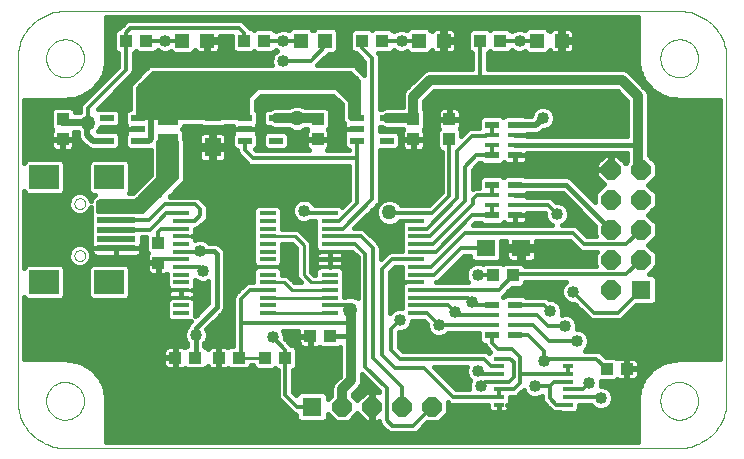
<source format=gtl>
G75*
G70*
%OFA0B0*%
%FSLAX24Y24*%
%IPPOS*%
%LPD*%
%AMOC8*
5,1,8,0,0,1.08239X$1,22.5*
%
%ADD10R,0.0394X0.0433*%
%ADD11R,0.0472X0.0472*%
%ADD12R,0.0433X0.0394*%
%ADD13R,0.0630X0.0551*%
%ADD14R,0.0701X0.0402*%
%ADD15R,0.0551X0.0630*%
%ADD16R,0.0354X0.0138*%
%ADD17R,0.0984X0.0787*%
%ADD18R,0.1299X0.0197*%
%ADD19C,0.0000*%
%ADD20R,0.0453X0.0173*%
%ADD21R,0.0453X0.0248*%
%ADD22R,0.0550X0.0137*%
%ADD23R,0.0472X0.0217*%
%ADD24R,0.0640X0.0640*%
%ADD25OC8,0.0640*%
%ADD26C,0.0160*%
%ADD27C,0.0120*%
%ADD28C,0.0100*%
%ADD29C,0.0400*%
%ADD30C,0.0450*%
%ADD31C,0.0500*%
%ADD32C,0.0320*%
%ADD33C,0.0200*%
%ADD34C,0.0240*%
D10*
X012647Y007633D03*
X013317Y007633D03*
X009082Y010798D03*
X009082Y011467D03*
X005894Y014906D03*
X005894Y015576D03*
X007997Y018199D03*
X008666Y018199D03*
X011934Y018199D03*
X012603Y018199D03*
X015871Y018199D03*
X016540Y018199D03*
X019808Y018199D03*
X020477Y018199D03*
X018782Y015576D03*
X018782Y014906D03*
X017582Y014906D03*
X017582Y015576D03*
X014394Y015576D03*
X014394Y014906D03*
X020247Y010383D03*
X020917Y010383D03*
D11*
X021697Y018199D03*
X022524Y018199D03*
X018587Y018199D03*
X017760Y018199D03*
X014650Y018199D03*
X013823Y018199D03*
X010713Y018199D03*
X009886Y018199D03*
D12*
X014147Y008341D03*
X014817Y008341D03*
X011767Y007633D03*
X011097Y007633D03*
X010317Y007633D03*
X009647Y007633D03*
X024022Y007258D03*
X024692Y007258D03*
D13*
X021173Y011283D03*
X019992Y011283D03*
D14*
X009394Y014891D03*
X009394Y015591D03*
D15*
X010894Y015832D03*
X010894Y014651D03*
D16*
X020431Y007600D03*
X020431Y007344D03*
X020431Y007089D03*
X020431Y006833D03*
X020431Y006577D03*
X020431Y006321D03*
X020431Y006065D03*
X022734Y006065D03*
X022734Y006321D03*
X022734Y006577D03*
X022734Y006833D03*
X022734Y007089D03*
X022734Y007344D03*
X022734Y007600D03*
D17*
X007446Y010148D03*
X005280Y010148D03*
X005280Y013651D03*
X007446Y013651D03*
D18*
X007682Y012529D03*
X007682Y012214D03*
X007682Y011900D03*
X007682Y011585D03*
X007682Y011270D03*
D19*
X005969Y004616D02*
X026442Y004616D01*
X026519Y004618D01*
X026596Y004624D01*
X026673Y004633D01*
X026749Y004646D01*
X026825Y004663D01*
X026899Y004684D01*
X026973Y004708D01*
X027045Y004736D01*
X027115Y004767D01*
X027184Y004802D01*
X027252Y004840D01*
X027317Y004881D01*
X027380Y004926D01*
X027441Y004974D01*
X027500Y005024D01*
X027556Y005077D01*
X027609Y005133D01*
X027659Y005192D01*
X027707Y005253D01*
X027752Y005316D01*
X027793Y005381D01*
X027831Y005449D01*
X027866Y005518D01*
X027897Y005588D01*
X027925Y005660D01*
X027949Y005734D01*
X027970Y005808D01*
X027987Y005884D01*
X028000Y005960D01*
X028009Y006037D01*
X028015Y006114D01*
X028017Y006191D01*
X028016Y006191D02*
X028016Y017608D01*
X028017Y017608D02*
X028015Y017685D01*
X028009Y017762D01*
X028000Y017839D01*
X027987Y017915D01*
X027970Y017991D01*
X027949Y018065D01*
X027925Y018139D01*
X027897Y018211D01*
X027866Y018281D01*
X027831Y018350D01*
X027793Y018418D01*
X027752Y018483D01*
X027707Y018546D01*
X027659Y018607D01*
X027609Y018666D01*
X027556Y018722D01*
X027500Y018775D01*
X027441Y018825D01*
X027380Y018873D01*
X027317Y018918D01*
X027252Y018959D01*
X027184Y018997D01*
X027115Y019032D01*
X027045Y019063D01*
X026973Y019091D01*
X026899Y019115D01*
X026825Y019136D01*
X026749Y019153D01*
X026673Y019166D01*
X026596Y019175D01*
X026519Y019181D01*
X026442Y019183D01*
X005969Y019183D01*
X005892Y019181D01*
X005815Y019175D01*
X005738Y019166D01*
X005662Y019153D01*
X005586Y019136D01*
X005512Y019115D01*
X005438Y019091D01*
X005366Y019063D01*
X005296Y019032D01*
X005227Y018997D01*
X005159Y018959D01*
X005094Y018918D01*
X005031Y018873D01*
X004970Y018825D01*
X004911Y018775D01*
X004855Y018722D01*
X004802Y018666D01*
X004752Y018607D01*
X004704Y018546D01*
X004659Y018483D01*
X004618Y018418D01*
X004580Y018350D01*
X004545Y018281D01*
X004514Y018211D01*
X004486Y018139D01*
X004462Y018065D01*
X004441Y017991D01*
X004424Y017915D01*
X004411Y017839D01*
X004402Y017762D01*
X004396Y017685D01*
X004394Y017608D01*
X004394Y006191D01*
X004396Y006114D01*
X004402Y006037D01*
X004411Y005960D01*
X004424Y005884D01*
X004441Y005808D01*
X004462Y005734D01*
X004486Y005660D01*
X004514Y005588D01*
X004545Y005518D01*
X004580Y005449D01*
X004618Y005381D01*
X004659Y005316D01*
X004704Y005253D01*
X004752Y005192D01*
X004802Y005133D01*
X004855Y005077D01*
X004911Y005024D01*
X004970Y004974D01*
X005031Y004926D01*
X005094Y004881D01*
X005159Y004840D01*
X005227Y004802D01*
X005296Y004767D01*
X005366Y004736D01*
X005438Y004708D01*
X005512Y004684D01*
X005586Y004663D01*
X005662Y004646D01*
X005738Y004633D01*
X005815Y004624D01*
X005892Y004618D01*
X005969Y004616D01*
X005892Y004618D01*
X005815Y004624D01*
X005738Y004633D01*
X005662Y004646D01*
X005586Y004663D01*
X005512Y004684D01*
X005438Y004708D01*
X005366Y004736D01*
X005296Y004767D01*
X005227Y004802D01*
X005159Y004840D01*
X005094Y004881D01*
X005031Y004926D01*
X004970Y004974D01*
X004911Y005024D01*
X004855Y005077D01*
X004802Y005133D01*
X004752Y005192D01*
X004704Y005253D01*
X004659Y005316D01*
X004618Y005381D01*
X004580Y005449D01*
X004545Y005518D01*
X004514Y005588D01*
X004486Y005660D01*
X004462Y005734D01*
X004441Y005808D01*
X004424Y005884D01*
X004411Y005960D01*
X004402Y006037D01*
X004396Y006114D01*
X004394Y006191D01*
X005339Y006191D02*
X005341Y006241D01*
X005347Y006291D01*
X005357Y006340D01*
X005371Y006388D01*
X005388Y006435D01*
X005409Y006480D01*
X005434Y006524D01*
X005462Y006565D01*
X005494Y006604D01*
X005528Y006641D01*
X005565Y006675D01*
X005605Y006705D01*
X005647Y006732D01*
X005691Y006756D01*
X005737Y006777D01*
X005784Y006793D01*
X005832Y006806D01*
X005882Y006815D01*
X005931Y006820D01*
X005982Y006821D01*
X006032Y006818D01*
X006081Y006811D01*
X006130Y006800D01*
X006178Y006785D01*
X006224Y006767D01*
X006269Y006745D01*
X006312Y006719D01*
X006353Y006690D01*
X006392Y006658D01*
X006428Y006623D01*
X006460Y006585D01*
X006490Y006545D01*
X006517Y006502D01*
X006540Y006458D01*
X006559Y006412D01*
X006575Y006364D01*
X006587Y006315D01*
X006595Y006266D01*
X006599Y006216D01*
X006599Y006166D01*
X006595Y006116D01*
X006587Y006067D01*
X006575Y006018D01*
X006559Y005970D01*
X006540Y005924D01*
X006517Y005880D01*
X006490Y005837D01*
X006460Y005797D01*
X006428Y005759D01*
X006392Y005724D01*
X006353Y005692D01*
X006312Y005663D01*
X006269Y005637D01*
X006224Y005615D01*
X006178Y005597D01*
X006130Y005582D01*
X006081Y005571D01*
X006032Y005564D01*
X005982Y005561D01*
X005931Y005562D01*
X005882Y005567D01*
X005832Y005576D01*
X005784Y005589D01*
X005737Y005605D01*
X005691Y005626D01*
X005647Y005650D01*
X005605Y005677D01*
X005565Y005707D01*
X005528Y005741D01*
X005494Y005778D01*
X005462Y005817D01*
X005434Y005858D01*
X005409Y005902D01*
X005388Y005947D01*
X005371Y005994D01*
X005357Y006042D01*
X005347Y006091D01*
X005341Y006141D01*
X005339Y006191D01*
X006284Y011033D02*
X006286Y011059D01*
X006292Y011085D01*
X006302Y011110D01*
X006315Y011133D01*
X006331Y011153D01*
X006351Y011171D01*
X006373Y011186D01*
X006396Y011198D01*
X006422Y011206D01*
X006448Y011210D01*
X006474Y011210D01*
X006500Y011206D01*
X006526Y011198D01*
X006550Y011186D01*
X006571Y011171D01*
X006591Y011153D01*
X006607Y011133D01*
X006620Y011110D01*
X006630Y011085D01*
X006636Y011059D01*
X006638Y011033D01*
X006636Y011007D01*
X006630Y010981D01*
X006620Y010956D01*
X006607Y010933D01*
X006591Y010913D01*
X006571Y010895D01*
X006549Y010880D01*
X006526Y010868D01*
X006500Y010860D01*
X006474Y010856D01*
X006448Y010856D01*
X006422Y010860D01*
X006396Y010868D01*
X006372Y010880D01*
X006351Y010895D01*
X006331Y010913D01*
X006315Y010933D01*
X006302Y010956D01*
X006292Y010981D01*
X006286Y011007D01*
X006284Y011033D01*
X006284Y012766D02*
X006286Y012792D01*
X006292Y012818D01*
X006302Y012843D01*
X006315Y012866D01*
X006331Y012886D01*
X006351Y012904D01*
X006373Y012919D01*
X006396Y012931D01*
X006422Y012939D01*
X006448Y012943D01*
X006474Y012943D01*
X006500Y012939D01*
X006526Y012931D01*
X006550Y012919D01*
X006571Y012904D01*
X006591Y012886D01*
X006607Y012866D01*
X006620Y012843D01*
X006630Y012818D01*
X006636Y012792D01*
X006638Y012766D01*
X006636Y012740D01*
X006630Y012714D01*
X006620Y012689D01*
X006607Y012666D01*
X006591Y012646D01*
X006571Y012628D01*
X006549Y012613D01*
X006526Y012601D01*
X006500Y012593D01*
X006474Y012589D01*
X006448Y012589D01*
X006422Y012593D01*
X006396Y012601D01*
X006372Y012613D01*
X006351Y012628D01*
X006331Y012646D01*
X006315Y012666D01*
X006302Y012689D01*
X006292Y012714D01*
X006286Y012740D01*
X006284Y012766D01*
X004394Y017608D02*
X004396Y017685D01*
X004402Y017762D01*
X004411Y017839D01*
X004424Y017915D01*
X004441Y017991D01*
X004462Y018065D01*
X004486Y018139D01*
X004514Y018211D01*
X004545Y018281D01*
X004580Y018350D01*
X004618Y018418D01*
X004659Y018483D01*
X004704Y018546D01*
X004752Y018607D01*
X004802Y018666D01*
X004855Y018722D01*
X004911Y018775D01*
X004970Y018825D01*
X005031Y018873D01*
X005094Y018918D01*
X005159Y018959D01*
X005227Y018997D01*
X005296Y019032D01*
X005366Y019063D01*
X005438Y019091D01*
X005512Y019115D01*
X005586Y019136D01*
X005662Y019153D01*
X005738Y019166D01*
X005815Y019175D01*
X005892Y019181D01*
X005969Y019183D01*
X005339Y017608D02*
X005341Y017658D01*
X005347Y017708D01*
X005357Y017757D01*
X005371Y017805D01*
X005388Y017852D01*
X005409Y017897D01*
X005434Y017941D01*
X005462Y017982D01*
X005494Y018021D01*
X005528Y018058D01*
X005565Y018092D01*
X005605Y018122D01*
X005647Y018149D01*
X005691Y018173D01*
X005737Y018194D01*
X005784Y018210D01*
X005832Y018223D01*
X005882Y018232D01*
X005931Y018237D01*
X005982Y018238D01*
X006032Y018235D01*
X006081Y018228D01*
X006130Y018217D01*
X006178Y018202D01*
X006224Y018184D01*
X006269Y018162D01*
X006312Y018136D01*
X006353Y018107D01*
X006392Y018075D01*
X006428Y018040D01*
X006460Y018002D01*
X006490Y017962D01*
X006517Y017919D01*
X006540Y017875D01*
X006559Y017829D01*
X006575Y017781D01*
X006587Y017732D01*
X006595Y017683D01*
X006599Y017633D01*
X006599Y017583D01*
X006595Y017533D01*
X006587Y017484D01*
X006575Y017435D01*
X006559Y017387D01*
X006540Y017341D01*
X006517Y017297D01*
X006490Y017254D01*
X006460Y017214D01*
X006428Y017176D01*
X006392Y017141D01*
X006353Y017109D01*
X006312Y017080D01*
X006269Y017054D01*
X006224Y017032D01*
X006178Y017014D01*
X006130Y016999D01*
X006081Y016988D01*
X006032Y016981D01*
X005982Y016978D01*
X005931Y016979D01*
X005882Y016984D01*
X005832Y016993D01*
X005784Y017006D01*
X005737Y017022D01*
X005691Y017043D01*
X005647Y017067D01*
X005605Y017094D01*
X005565Y017124D01*
X005528Y017158D01*
X005494Y017195D01*
X005462Y017234D01*
X005434Y017275D01*
X005409Y017319D01*
X005388Y017364D01*
X005371Y017411D01*
X005357Y017459D01*
X005347Y017508D01*
X005341Y017558D01*
X005339Y017608D01*
X026442Y019183D02*
X026519Y019181D01*
X026596Y019175D01*
X026673Y019166D01*
X026749Y019153D01*
X026825Y019136D01*
X026899Y019115D01*
X026973Y019091D01*
X027045Y019063D01*
X027115Y019032D01*
X027184Y018997D01*
X027252Y018959D01*
X027317Y018918D01*
X027380Y018873D01*
X027441Y018825D01*
X027500Y018775D01*
X027556Y018722D01*
X027609Y018666D01*
X027659Y018607D01*
X027707Y018546D01*
X027752Y018483D01*
X027793Y018418D01*
X027831Y018350D01*
X027866Y018281D01*
X027897Y018211D01*
X027925Y018139D01*
X027949Y018065D01*
X027970Y017991D01*
X027987Y017915D01*
X028000Y017839D01*
X028009Y017762D01*
X028015Y017685D01*
X028017Y017608D01*
X025812Y017608D02*
X025814Y017658D01*
X025820Y017708D01*
X025830Y017757D01*
X025844Y017805D01*
X025861Y017852D01*
X025882Y017897D01*
X025907Y017941D01*
X025935Y017982D01*
X025967Y018021D01*
X026001Y018058D01*
X026038Y018092D01*
X026078Y018122D01*
X026120Y018149D01*
X026164Y018173D01*
X026210Y018194D01*
X026257Y018210D01*
X026305Y018223D01*
X026355Y018232D01*
X026404Y018237D01*
X026455Y018238D01*
X026505Y018235D01*
X026554Y018228D01*
X026603Y018217D01*
X026651Y018202D01*
X026697Y018184D01*
X026742Y018162D01*
X026785Y018136D01*
X026826Y018107D01*
X026865Y018075D01*
X026901Y018040D01*
X026933Y018002D01*
X026963Y017962D01*
X026990Y017919D01*
X027013Y017875D01*
X027032Y017829D01*
X027048Y017781D01*
X027060Y017732D01*
X027068Y017683D01*
X027072Y017633D01*
X027072Y017583D01*
X027068Y017533D01*
X027060Y017484D01*
X027048Y017435D01*
X027032Y017387D01*
X027013Y017341D01*
X026990Y017297D01*
X026963Y017254D01*
X026933Y017214D01*
X026901Y017176D01*
X026865Y017141D01*
X026826Y017109D01*
X026785Y017080D01*
X026742Y017054D01*
X026697Y017032D01*
X026651Y017014D01*
X026603Y016999D01*
X026554Y016988D01*
X026505Y016981D01*
X026455Y016978D01*
X026404Y016979D01*
X026355Y016984D01*
X026305Y016993D01*
X026257Y017006D01*
X026210Y017022D01*
X026164Y017043D01*
X026120Y017067D01*
X026078Y017094D01*
X026038Y017124D01*
X026001Y017158D01*
X025967Y017195D01*
X025935Y017234D01*
X025907Y017275D01*
X025882Y017319D01*
X025861Y017364D01*
X025844Y017411D01*
X025830Y017459D01*
X025820Y017508D01*
X025814Y017558D01*
X025812Y017608D01*
X028017Y006191D02*
X028015Y006114D01*
X028009Y006037D01*
X028000Y005960D01*
X027987Y005884D01*
X027970Y005808D01*
X027949Y005734D01*
X027925Y005660D01*
X027897Y005588D01*
X027866Y005518D01*
X027831Y005449D01*
X027793Y005381D01*
X027752Y005316D01*
X027707Y005253D01*
X027659Y005192D01*
X027609Y005133D01*
X027556Y005077D01*
X027500Y005024D01*
X027441Y004974D01*
X027380Y004926D01*
X027317Y004881D01*
X027252Y004840D01*
X027184Y004802D01*
X027115Y004767D01*
X027045Y004736D01*
X026973Y004708D01*
X026899Y004684D01*
X026825Y004663D01*
X026749Y004646D01*
X026673Y004633D01*
X026596Y004624D01*
X026519Y004618D01*
X026442Y004616D01*
X025812Y006191D02*
X025814Y006241D01*
X025820Y006291D01*
X025830Y006340D01*
X025844Y006388D01*
X025861Y006435D01*
X025882Y006480D01*
X025907Y006524D01*
X025935Y006565D01*
X025967Y006604D01*
X026001Y006641D01*
X026038Y006675D01*
X026078Y006705D01*
X026120Y006732D01*
X026164Y006756D01*
X026210Y006777D01*
X026257Y006793D01*
X026305Y006806D01*
X026355Y006815D01*
X026404Y006820D01*
X026455Y006821D01*
X026505Y006818D01*
X026554Y006811D01*
X026603Y006800D01*
X026651Y006785D01*
X026697Y006767D01*
X026742Y006745D01*
X026785Y006719D01*
X026826Y006690D01*
X026865Y006658D01*
X026901Y006623D01*
X026933Y006585D01*
X026963Y006545D01*
X026990Y006502D01*
X027013Y006458D01*
X027032Y006412D01*
X027048Y006364D01*
X027060Y006315D01*
X027068Y006266D01*
X027072Y006216D01*
X027072Y006166D01*
X027068Y006116D01*
X027060Y006067D01*
X027048Y006018D01*
X027032Y005970D01*
X027013Y005924D01*
X026990Y005880D01*
X026963Y005837D01*
X026933Y005797D01*
X026901Y005759D01*
X026865Y005724D01*
X026826Y005692D01*
X026785Y005663D01*
X026742Y005637D01*
X026697Y005615D01*
X026651Y005597D01*
X026603Y005582D01*
X026554Y005571D01*
X026505Y005564D01*
X026455Y005561D01*
X026404Y005562D01*
X026355Y005567D01*
X026305Y005576D01*
X026257Y005589D01*
X026210Y005605D01*
X026164Y005626D01*
X026120Y005650D01*
X026078Y005677D01*
X026038Y005707D01*
X026001Y005741D01*
X025967Y005778D01*
X025935Y005817D01*
X025907Y005858D01*
X025882Y005902D01*
X025861Y005947D01*
X025844Y005994D01*
X025830Y006042D01*
X025820Y006091D01*
X025814Y006141D01*
X025812Y006191D01*
D20*
X020966Y008725D03*
X020966Y009040D03*
X020198Y009040D03*
X020198Y008725D03*
X020198Y012725D03*
X020198Y013040D03*
X020966Y013040D03*
X020966Y012725D03*
X020966Y014725D03*
X020966Y015040D03*
X020198Y015040D03*
X020198Y014725D03*
D21*
X020198Y014373D03*
X020966Y014373D03*
X020966Y015392D03*
X020198Y015392D03*
X020198Y013392D03*
X020966Y013392D03*
X020966Y012373D03*
X020198Y012373D03*
X020198Y009392D03*
X020966Y009392D03*
X020966Y008373D03*
X020198Y008373D03*
D22*
X017671Y009119D03*
X017671Y009375D03*
X017671Y009631D03*
X017671Y009887D03*
X017671Y010143D03*
X017671Y010399D03*
X017671Y010655D03*
X017671Y010911D03*
X017671Y011166D03*
X017671Y011422D03*
X017671Y011678D03*
X017671Y011934D03*
X017671Y012190D03*
X017671Y012446D03*
X014793Y012446D03*
X014793Y012190D03*
X014793Y011934D03*
X014793Y011678D03*
X014793Y011422D03*
X014793Y011166D03*
X014793Y010911D03*
X014793Y010655D03*
X014793Y010399D03*
X014793Y010143D03*
X014793Y009887D03*
X014793Y009631D03*
X014793Y009375D03*
X014793Y009119D03*
X012721Y009119D03*
X012721Y009375D03*
X012721Y009631D03*
X012721Y009887D03*
X012721Y010143D03*
X012721Y010399D03*
X012721Y010655D03*
X012721Y010911D03*
X012721Y011166D03*
X012721Y011422D03*
X012721Y011678D03*
X012721Y011934D03*
X012721Y012190D03*
X012721Y012446D03*
X009843Y012446D03*
X009843Y012190D03*
X009843Y011934D03*
X009843Y011678D03*
X009843Y011422D03*
X009843Y011166D03*
X009843Y010911D03*
X009843Y010655D03*
X009843Y010399D03*
X009843Y010143D03*
X009843Y009887D03*
X009843Y009631D03*
X009843Y009375D03*
X009843Y009119D03*
D23*
X008406Y014867D03*
X008406Y015241D03*
X008406Y015615D03*
X007383Y015615D03*
X007383Y014867D03*
X011970Y014867D03*
X011970Y015241D03*
X011970Y015615D03*
X012994Y015615D03*
X012994Y014867D03*
X015694Y014867D03*
X015694Y015241D03*
X015694Y015615D03*
X016717Y015615D03*
X016717Y014867D03*
D24*
X025170Y009900D03*
X014205Y005994D03*
D25*
X015205Y005994D03*
X016205Y005994D03*
X017205Y005994D03*
X018205Y005994D03*
X024170Y009900D03*
X024170Y010900D03*
X025170Y010900D03*
X025170Y011900D03*
X024170Y011900D03*
X024170Y012900D03*
X025170Y012900D03*
X025170Y013900D03*
X024170Y013900D03*
D26*
X024190Y013920D02*
X024150Y013920D01*
X024150Y014399D01*
X023963Y014399D01*
X023670Y014107D01*
X023670Y013920D01*
X024150Y013920D01*
X024150Y013879D01*
X023670Y013879D01*
X023670Y013692D01*
X023949Y013414D01*
X023650Y013115D01*
X023650Y012812D01*
X022866Y013593D01*
X022829Y013630D01*
X022829Y013630D01*
X022829Y013630D01*
X022774Y013653D01*
X022726Y013672D01*
X022726Y013673D01*
X022670Y013672D01*
X021319Y013672D01*
X021275Y013716D01*
X020657Y013716D01*
X020582Y013642D01*
X020507Y013716D01*
X019889Y013716D01*
X019772Y013599D01*
X019772Y013300D01*
X019750Y013300D01*
X019647Y013300D01*
X019557Y013263D01*
X019557Y013891D01*
X019779Y014113D01*
X019825Y014113D01*
X019889Y014049D01*
X020507Y014049D01*
X020596Y014138D01*
X020629Y014105D01*
X020670Y014081D01*
X020716Y014069D01*
X020966Y014069D01*
X021216Y014069D01*
X021262Y014081D01*
X021303Y014105D01*
X021336Y014138D01*
X021360Y014179D01*
X021372Y014225D01*
X021372Y014373D01*
X021372Y014445D01*
X024704Y014445D01*
X024704Y014169D01*
X024656Y014121D01*
X024377Y014399D01*
X024190Y014399D01*
X024190Y013920D01*
X024190Y013970D02*
X024150Y013970D01*
X024150Y014129D02*
X024190Y014129D01*
X024190Y014287D02*
X024150Y014287D01*
X023851Y014287D02*
X021372Y014287D01*
X021372Y014373D02*
X020966Y014373D01*
X021372Y014373D01*
X021327Y014129D02*
X023692Y014129D01*
X023670Y013970D02*
X019636Y013970D01*
X019557Y013812D02*
X023670Y013812D01*
X023709Y013653D02*
X022773Y013653D01*
X022726Y013672D02*
X022726Y013672D01*
X022671Y013392D02*
X024170Y011900D01*
X023650Y011909D02*
X023142Y011909D01*
X023048Y012003D02*
X023375Y011676D01*
X023658Y011676D01*
X023650Y011684D01*
X023650Y012022D01*
X022555Y013112D01*
X021372Y013112D01*
X021372Y013040D01*
X020966Y013040D01*
X020966Y013040D01*
X021372Y013040D01*
X021372Y012985D01*
X022007Y012985D01*
X022110Y012985D01*
X022206Y012946D01*
X022340Y012811D01*
X022452Y012811D01*
X022599Y012750D01*
X022711Y012638D01*
X022772Y012491D01*
X022772Y012332D01*
X022711Y012185D01*
X022599Y012072D01*
X022527Y012043D01*
X022849Y012043D01*
X022953Y012043D01*
X023048Y012003D01*
X022728Y012226D02*
X023445Y012226D01*
X023604Y012068D02*
X022588Y012068D01*
X022772Y012385D02*
X023286Y012385D01*
X023127Y012543D02*
X022751Y012543D01*
X022647Y012702D02*
X022967Y012702D01*
X022808Y012860D02*
X022291Y012860D01*
X022649Y013019D02*
X021372Y013019D01*
X020966Y013392D02*
X022671Y013392D01*
X022965Y013494D02*
X023868Y013494D01*
X023871Y013336D02*
X023124Y013336D01*
X023283Y013177D02*
X023712Y013177D01*
X023650Y013019D02*
X023443Y013019D01*
X023602Y012860D02*
X023650Y012860D01*
X022217Y012043D02*
X019568Y012043D01*
X019639Y012113D01*
X019825Y012113D01*
X019889Y012049D01*
X020507Y012049D01*
X020596Y012138D01*
X020629Y012105D01*
X020670Y012081D01*
X020716Y012069D01*
X020966Y012069D01*
X021216Y012069D01*
X021262Y012081D01*
X021303Y012105D01*
X021336Y012138D01*
X021360Y012179D01*
X021372Y012225D01*
X021372Y012373D01*
X021372Y012465D01*
X021951Y012465D01*
X021972Y012444D01*
X021972Y012332D01*
X022033Y012185D01*
X022146Y012072D01*
X022217Y012043D01*
X022157Y012068D02*
X020526Y012068D01*
X020966Y012069D02*
X020966Y012372D01*
X020966Y012069D01*
X020966Y012226D02*
X020966Y012226D01*
X020966Y012372D02*
X020966Y012372D01*
X020966Y012373D02*
X020966Y012373D01*
X021372Y012373D01*
X020966Y012373D01*
X021372Y012385D02*
X021972Y012385D01*
X022016Y012226D02*
X021372Y012226D01*
X021668Y011523D02*
X022793Y011523D01*
X023047Y011269D01*
X023120Y011196D01*
X023216Y011156D01*
X023691Y011156D01*
X023650Y011115D01*
X023650Y010684D01*
X023658Y010676D01*
X021314Y010676D01*
X021314Y010682D01*
X021196Y010799D01*
X020637Y010799D01*
X020582Y010744D01*
X020527Y010799D01*
X019968Y010799D01*
X019907Y010739D01*
X019802Y010783D01*
X019643Y010783D01*
X019496Y010722D01*
X019383Y010609D01*
X019322Y010462D01*
X019322Y010303D01*
X019383Y010156D01*
X019392Y010147D01*
X018348Y010147D01*
X018424Y010178D01*
X019265Y011019D01*
X019477Y011019D01*
X019477Y010924D01*
X019594Y010807D01*
X020389Y010807D01*
X020506Y010924D01*
X020506Y011523D01*
X020678Y011523D01*
X020678Y011340D01*
X021115Y011340D01*
X021115Y011225D01*
X020678Y011225D01*
X020678Y010983D01*
X020690Y010938D01*
X020714Y010896D01*
X020747Y010863D01*
X020788Y010839D01*
X020834Y010827D01*
X021115Y010827D01*
X021115Y011225D01*
X021230Y011225D01*
X021230Y010827D01*
X021511Y010827D01*
X021557Y010839D01*
X021598Y010863D01*
X021632Y010896D01*
X021655Y010938D01*
X021668Y010983D01*
X021668Y011225D01*
X021231Y011225D01*
X021231Y011340D01*
X021668Y011340D01*
X021668Y011523D01*
X021668Y011433D02*
X022882Y011433D01*
X023041Y011275D02*
X021231Y011275D01*
X021115Y011275D02*
X020506Y011275D01*
X020506Y011433D02*
X020678Y011433D01*
X020678Y011116D02*
X020506Y011116D01*
X020506Y010958D02*
X020685Y010958D01*
X021115Y010958D02*
X021230Y010958D01*
X021230Y011116D02*
X021115Y011116D01*
X021668Y011116D02*
X023651Y011116D01*
X023650Y010958D02*
X021661Y010958D01*
X021314Y010156D02*
X022671Y010156D01*
X022575Y010059D01*
X022514Y009912D01*
X022514Y009753D01*
X022575Y009606D01*
X022687Y009494D01*
X022834Y009433D01*
X022946Y009433D01*
X023393Y008985D01*
X023466Y008912D01*
X023562Y008873D01*
X024396Y008873D01*
X024447Y008872D01*
X024448Y008873D01*
X024448Y008873D01*
X024498Y008893D01*
X024543Y008912D01*
X024544Y008912D01*
X024582Y008950D01*
X025015Y009380D01*
X025573Y009380D01*
X025690Y009497D01*
X025690Y010302D01*
X025573Y010419D01*
X025425Y010419D01*
X025690Y010684D01*
X025690Y011115D01*
X025405Y011399D01*
X025690Y011684D01*
X025690Y012115D01*
X025405Y012399D01*
X025690Y012684D01*
X025690Y013115D01*
X025405Y013399D01*
X025690Y013684D01*
X025690Y014115D01*
X025424Y014381D01*
X025424Y014854D01*
X025424Y016274D01*
X025424Y016417D01*
X025369Y016550D01*
X024731Y017188D01*
X024598Y017243D01*
X024455Y017243D01*
X021860Y017243D01*
X020068Y017243D01*
X020068Y017782D01*
X020087Y017782D01*
X020142Y017837D01*
X020197Y017782D01*
X020757Y017782D01*
X020867Y017893D01*
X020900Y017860D01*
X021047Y017799D01*
X021206Y017799D01*
X021302Y017839D01*
X021378Y017763D01*
X022017Y017763D01*
X022130Y017876D01*
X022144Y017852D01*
X022177Y017818D01*
X022219Y017795D01*
X022264Y017783D01*
X022486Y017783D01*
X022486Y018160D01*
X022562Y018160D01*
X022562Y017783D01*
X022784Y017783D01*
X022830Y017795D01*
X022871Y017818D01*
X022904Y017852D01*
X022928Y017893D01*
X022940Y017939D01*
X022940Y018161D01*
X022563Y018161D01*
X022563Y018237D01*
X022940Y018237D01*
X022940Y018459D01*
X022928Y018504D01*
X022904Y018545D01*
X022871Y018579D01*
X022830Y018603D01*
X022784Y018615D01*
X022562Y018615D01*
X022562Y018237D01*
X022486Y018237D01*
X022486Y018615D01*
X022264Y018615D01*
X022219Y018603D01*
X022177Y018579D01*
X022144Y018545D01*
X022130Y018521D01*
X022017Y018635D01*
X021378Y018635D01*
X021302Y018559D01*
X021206Y018599D01*
X021047Y018599D01*
X020900Y018538D01*
X020867Y018505D01*
X020757Y018615D01*
X020197Y018615D01*
X020142Y018560D01*
X020087Y018615D01*
X019528Y018615D01*
X019411Y018498D01*
X019411Y017899D01*
X019528Y017782D01*
X019548Y017782D01*
X019548Y017243D01*
X018204Y017243D01*
X018060Y017243D01*
X017928Y017188D01*
X017277Y016536D01*
X017222Y016404D01*
X017222Y016261D01*
X017222Y015975D01*
X016646Y015975D01*
X016521Y015923D01*
X016465Y015923D01*
X016465Y017660D01*
X016426Y017755D01*
X016399Y017782D01*
X016820Y017782D01*
X016930Y017893D01*
X016963Y017860D01*
X017110Y017799D01*
X017269Y017799D01*
X017365Y017839D01*
X017441Y017763D01*
X018080Y017763D01*
X018193Y017876D01*
X018207Y017852D01*
X018240Y017818D01*
X018282Y017795D01*
X018327Y017783D01*
X018549Y017783D01*
X018549Y018160D01*
X018625Y018160D01*
X018625Y017783D01*
X018847Y017783D01*
X018893Y017795D01*
X018934Y017818D01*
X018967Y017852D01*
X018991Y017893D01*
X019003Y017939D01*
X019003Y018161D01*
X018626Y018161D01*
X018626Y018237D01*
X019003Y018237D01*
X019003Y018459D01*
X018991Y018504D01*
X018967Y018545D01*
X018934Y018579D01*
X018893Y018603D01*
X018847Y018615D01*
X018625Y018615D01*
X018625Y018237D01*
X018549Y018237D01*
X018549Y018615D01*
X018327Y018615D01*
X018282Y018603D01*
X018240Y018579D01*
X018207Y018545D01*
X018193Y018521D01*
X018080Y018635D01*
X017441Y018635D01*
X017365Y018559D01*
X017269Y018599D01*
X017110Y018599D01*
X016963Y018538D01*
X016930Y018505D01*
X016820Y018615D01*
X016260Y018615D01*
X016205Y018560D01*
X016150Y018615D01*
X015591Y018615D01*
X015474Y018498D01*
X015474Y017899D01*
X015591Y017782D01*
X015664Y017782D01*
X015945Y017500D01*
X015945Y017058D01*
X015740Y017263D01*
X015667Y017336D01*
X015571Y017376D01*
X014372Y017376D01*
X014759Y017763D01*
X014969Y017763D01*
X015086Y017880D01*
X015086Y018518D01*
X014969Y018635D01*
X014331Y018635D01*
X014237Y018541D01*
X014143Y018635D01*
X013504Y018635D01*
X013428Y018559D01*
X013332Y018599D01*
X013173Y018599D01*
X013026Y018538D01*
X012993Y018505D01*
X012883Y018615D01*
X012323Y018615D01*
X012268Y018560D01*
X012213Y018615D01*
X012138Y018615D01*
X011917Y018836D01*
X011821Y018876D01*
X011718Y018876D01*
X008196Y018876D01*
X008093Y018876D01*
X007997Y018836D01*
X007776Y018616D01*
X007776Y018615D01*
X007717Y018615D01*
X007600Y018498D01*
X007600Y017899D01*
X007717Y017782D01*
X007737Y017782D01*
X007737Y017326D01*
X006512Y016101D01*
X006472Y016006D01*
X006472Y015902D01*
X006472Y015834D01*
X006442Y015804D01*
X006291Y015804D01*
X006291Y015875D01*
X006174Y015992D01*
X005615Y015992D01*
X005497Y015875D01*
X005497Y015276D01*
X005549Y015225D01*
X005530Y015192D01*
X005517Y015147D01*
X005517Y014925D01*
X005876Y014925D01*
X005876Y014888D01*
X005913Y014888D01*
X005913Y014925D01*
X006271Y014925D01*
X006271Y015147D01*
X006267Y015164D01*
X006390Y015164D01*
X006407Y015146D01*
X006407Y014994D01*
X006453Y014884D01*
X006537Y014799D01*
X006723Y014613D01*
X006834Y014567D01*
X006953Y014567D01*
X007055Y014567D01*
X007063Y014559D01*
X007702Y014559D01*
X007819Y014676D01*
X007819Y015058D01*
X007702Y015175D01*
X007086Y015175D01*
X007114Y015203D01*
X007157Y015307D01*
X007702Y015307D01*
X007819Y015424D01*
X007819Y015806D01*
X007702Y015923D01*
X007069Y015923D01*
X008217Y017071D01*
X008257Y017167D01*
X008257Y017270D01*
X008257Y017782D01*
X008276Y017782D01*
X008331Y017837D01*
X008386Y017782D01*
X008946Y017782D01*
X009056Y017893D01*
X009089Y017860D01*
X009236Y017799D01*
X009395Y017799D01*
X009491Y017839D01*
X009567Y017763D01*
X010206Y017763D01*
X010319Y017876D01*
X010333Y017852D01*
X010366Y017818D01*
X010408Y017795D01*
X010453Y017783D01*
X010675Y017783D01*
X010675Y018160D01*
X010751Y018160D01*
X010751Y017783D01*
X010973Y017783D01*
X011019Y017795D01*
X011060Y017818D01*
X011093Y017852D01*
X011117Y017893D01*
X011129Y017939D01*
X011129Y018161D01*
X010752Y018161D01*
X010752Y018237D01*
X011129Y018237D01*
X011129Y018356D01*
X011537Y018356D01*
X011537Y017899D01*
X011654Y017782D01*
X012213Y017782D01*
X012268Y017837D01*
X012323Y017782D01*
X012883Y017782D01*
X012993Y017893D01*
X013022Y017864D01*
X012914Y017756D01*
X012853Y017609D01*
X012853Y017450D01*
X012883Y017376D01*
X008946Y017376D01*
X008843Y017376D01*
X008747Y017336D01*
X008174Y016763D01*
X008134Y016668D01*
X008134Y016564D01*
X008134Y015923D01*
X008087Y015923D01*
X007970Y015806D01*
X007970Y015424D01*
X007996Y015397D01*
X007792Y015397D01*
X007819Y015556D02*
X007970Y015556D01*
X007970Y015714D02*
X007819Y015714D01*
X007752Y015873D02*
X008036Y015873D01*
X008134Y016031D02*
X007177Y016031D01*
X007336Y016190D02*
X008134Y016190D01*
X008134Y016348D02*
X007494Y016348D01*
X007653Y016507D02*
X008134Y016507D01*
X008134Y016665D02*
X007811Y016665D01*
X007970Y016824D02*
X008234Y016824D01*
X008128Y016982D02*
X008393Y016982D01*
X008246Y017141D02*
X008552Y017141D01*
X008710Y017300D02*
X008257Y017300D01*
X008257Y017458D02*
X012853Y017458D01*
X012856Y017617D02*
X008257Y017617D01*
X008257Y017775D02*
X009555Y017775D01*
X010218Y017775D02*
X012933Y017775D01*
X012930Y018568D02*
X013099Y018568D01*
X013407Y018568D02*
X013437Y018568D01*
X014210Y018568D02*
X014264Y018568D01*
X015036Y018568D02*
X015544Y018568D01*
X015474Y018409D02*
X015086Y018409D01*
X015086Y018251D02*
X015474Y018251D01*
X015474Y018092D02*
X015086Y018092D01*
X015086Y017934D02*
X015474Y017934D01*
X015671Y017775D02*
X014982Y017775D01*
X014613Y017617D02*
X015829Y017617D01*
X015945Y017458D02*
X014454Y017458D01*
X015704Y017300D02*
X015945Y017300D01*
X015945Y017141D02*
X015862Y017141D01*
X016465Y017141D02*
X017881Y017141D01*
X017723Y016982D02*
X016465Y016982D01*
X016465Y016824D02*
X017564Y016824D01*
X017406Y016665D02*
X016465Y016665D01*
X016465Y016507D02*
X017265Y016507D01*
X017222Y016348D02*
X016465Y016348D01*
X016465Y016190D02*
X017222Y016190D01*
X017222Y016031D02*
X016465Y016031D01*
X016465Y015307D02*
X016521Y015307D01*
X016646Y015255D01*
X017206Y015255D01*
X017236Y015225D01*
X017218Y015192D01*
X017205Y015147D01*
X017205Y014925D01*
X017563Y014925D01*
X017563Y014888D01*
X017205Y014888D01*
X017205Y014666D01*
X017218Y014620D01*
X017241Y014579D01*
X017275Y014546D01*
X017316Y014522D01*
X017362Y014510D01*
X017564Y014510D01*
X017564Y014888D01*
X017601Y014888D01*
X017601Y014925D01*
X017959Y014925D01*
X017959Y015147D01*
X017947Y015192D01*
X017928Y015225D01*
X017979Y015276D01*
X017979Y015875D01*
X017942Y015912D01*
X017942Y016183D01*
X018281Y016523D01*
X019638Y016523D01*
X021860Y016523D01*
X024378Y016523D01*
X024704Y016197D01*
X024704Y015005D01*
X021372Y015005D01*
X021372Y015040D01*
X020966Y015040D01*
X020966Y015040D01*
X021372Y015040D01*
X021372Y015092D01*
X021611Y015092D01*
X021730Y015092D01*
X021841Y015138D01*
X021919Y015216D01*
X021974Y015216D01*
X022121Y015277D01*
X022233Y015389D01*
X022294Y015536D01*
X022294Y015696D01*
X022233Y015843D01*
X022121Y015955D01*
X021974Y016016D01*
X021815Y016016D01*
X021668Y015955D01*
X021555Y015843D01*
X021494Y015696D01*
X021494Y015692D01*
X021299Y015692D01*
X021275Y015716D01*
X020657Y015716D01*
X020582Y015642D01*
X020507Y015716D01*
X019889Y015716D01*
X019772Y015599D01*
X019772Y015289D01*
X019495Y015289D01*
X019400Y015249D01*
X019326Y015176D01*
X019179Y015028D01*
X019179Y015206D01*
X019128Y015257D01*
X019147Y015290D01*
X019159Y015335D01*
X019159Y015557D01*
X018801Y015557D01*
X018801Y015594D01*
X019159Y015594D01*
X019159Y015816D01*
X019147Y015862D01*
X019123Y015903D01*
X019089Y015936D01*
X019048Y015960D01*
X019003Y015972D01*
X018801Y015972D01*
X018801Y015594D01*
X018764Y015594D01*
X018764Y015972D01*
X018562Y015972D01*
X018516Y015960D01*
X018475Y015936D01*
X018441Y015903D01*
X018418Y015862D01*
X018405Y015816D01*
X018405Y015594D01*
X018763Y015594D01*
X018763Y015557D01*
X018405Y015557D01*
X018405Y015335D01*
X018418Y015290D01*
X018436Y015257D01*
X018385Y015206D01*
X018385Y014607D01*
X018502Y014490D01*
X018522Y014490D01*
X018522Y013140D01*
X018088Y012706D01*
X018038Y012706D01*
X018029Y012714D01*
X017314Y012714D01*
X017305Y012706D01*
X017177Y012706D01*
X017164Y012737D01*
X017037Y012864D01*
X016872Y012933D01*
X016693Y012933D01*
X016527Y012864D01*
X016429Y012765D01*
X016465Y012854D01*
X016465Y012958D01*
X016465Y014559D01*
X017036Y014559D01*
X017153Y014676D01*
X017153Y015058D01*
X017036Y015175D01*
X016465Y015175D01*
X016465Y015307D01*
X016465Y015238D02*
X017223Y015238D01*
X017205Y015080D02*
X017132Y015080D01*
X017153Y014921D02*
X017563Y014921D01*
X017601Y014921D02*
X018385Y014921D01*
X018385Y014763D02*
X017959Y014763D01*
X017959Y014666D02*
X017959Y014888D01*
X017601Y014888D01*
X017601Y014510D01*
X017803Y014510D01*
X017848Y014522D01*
X017889Y014546D01*
X017923Y014579D01*
X017947Y014620D01*
X017959Y014666D01*
X017937Y014604D02*
X018388Y014604D01*
X018522Y014446D02*
X016465Y014446D01*
X016465Y014287D02*
X018522Y014287D01*
X018522Y014129D02*
X016465Y014129D01*
X016465Y013970D02*
X018522Y013970D01*
X018522Y013812D02*
X016465Y013812D01*
X016465Y013653D02*
X018522Y013653D01*
X018522Y013494D02*
X016465Y013494D01*
X016465Y013336D02*
X018522Y013336D01*
X018522Y013177D02*
X016465Y013177D01*
X016465Y013019D02*
X018401Y013019D01*
X018242Y012860D02*
X017041Y012860D01*
X016524Y012860D02*
X016465Y012860D01*
X016398Y012731D02*
X016332Y012572D01*
X016332Y012393D01*
X016401Y012228D01*
X016527Y012101D01*
X016693Y012033D01*
X016872Y012033D01*
X017037Y012101D01*
X017122Y012186D01*
X017216Y012186D01*
X017216Y012106D01*
X017196Y012086D01*
X017196Y011830D01*
X017196Y011527D01*
X017196Y011318D01*
X017196Y011171D01*
X016808Y011171D01*
X016713Y011131D01*
X016640Y011058D01*
X016492Y010910D01*
X016492Y011334D01*
X016453Y011430D01*
X016379Y011503D01*
X015984Y011899D01*
X015888Y011938D01*
X015785Y011938D01*
X015605Y011938D01*
X016398Y012731D01*
X016386Y012702D02*
X016369Y012702D01*
X016332Y012543D02*
X016210Y012543D01*
X016336Y012385D02*
X016052Y012385D01*
X015893Y012226D02*
X016402Y012226D01*
X016608Y012068D02*
X015735Y012068D01*
X015959Y011909D02*
X017196Y011909D01*
X017196Y011751D02*
X016132Y011751D01*
X016290Y011592D02*
X017196Y011592D01*
X017196Y011433D02*
X016449Y011433D01*
X016492Y011275D02*
X017196Y011275D01*
X016698Y011116D02*
X016492Y011116D01*
X016492Y010958D02*
X016540Y010958D01*
X016640Y011058D02*
X016640Y011058D01*
X016968Y010651D02*
X017196Y010651D01*
X017196Y010503D01*
X017196Y010247D01*
X017216Y010227D01*
X017216Y010143D01*
X017301Y010143D01*
X017301Y010143D01*
X017301Y010143D01*
X017216Y010143D01*
X017216Y010058D01*
X017196Y010038D01*
X017196Y009782D01*
X017196Y009526D01*
X017196Y009283D01*
X017053Y009283D01*
X016906Y009222D01*
X016793Y009109D01*
X016792Y009107D01*
X016792Y010475D01*
X016968Y010651D01*
X016958Y010641D02*
X017196Y010641D01*
X017196Y010482D02*
X016799Y010482D01*
X016792Y010324D02*
X017196Y010324D01*
X017216Y010165D02*
X016792Y010165D01*
X016792Y010007D02*
X017196Y010007D01*
X017196Y009848D02*
X016792Y009848D01*
X016792Y009689D02*
X017196Y009689D01*
X017196Y009531D02*
X016792Y009531D01*
X016792Y009372D02*
X017196Y009372D01*
X016898Y009214D02*
X016792Y009214D01*
X017532Y008851D02*
X017939Y008851D01*
X018032Y008757D01*
X018032Y008646D01*
X018093Y008499D01*
X018206Y008386D01*
X018353Y008325D01*
X018512Y008325D01*
X018659Y008386D01*
X018738Y008465D01*
X019772Y008465D01*
X019772Y008166D01*
X019889Y008049D01*
X019958Y008049D01*
X019970Y008023D01*
X019988Y007980D01*
X019992Y007976D01*
X019994Y007971D01*
X020028Y007940D01*
X020135Y007833D01*
X020092Y007790D01*
X020079Y007803D01*
X019984Y007843D01*
X017240Y007843D01*
X017092Y007990D01*
X017092Y008475D01*
X017100Y008483D01*
X017212Y008483D01*
X017359Y008544D01*
X017471Y008656D01*
X017532Y008803D01*
X017532Y008851D01*
X017505Y008738D02*
X018032Y008738D01*
X018059Y008580D02*
X017395Y008580D01*
X017092Y008421D02*
X018170Y008421D01*
X018694Y008421D02*
X019772Y008421D01*
X019772Y008263D02*
X017092Y008263D01*
X017092Y008104D02*
X019834Y008104D01*
X020022Y007945D02*
X017137Y007945D01*
X018276Y007323D02*
X019357Y007323D01*
X019332Y007262D01*
X019332Y007103D01*
X019393Y006956D01*
X019477Y006872D01*
X019432Y006762D01*
X019432Y006603D01*
X019441Y006581D01*
X019018Y006581D01*
X018276Y007323D01*
X018287Y007311D02*
X019353Y007311D01*
X019332Y007153D02*
X018446Y007153D01*
X018604Y006994D02*
X019377Y006994D01*
X019463Y006836D02*
X018763Y006836D01*
X018921Y006677D02*
X019432Y006677D01*
X018858Y006061D02*
X020073Y006061D01*
X020073Y005972D01*
X020086Y005926D01*
X020109Y005885D01*
X020143Y005852D01*
X020184Y005828D01*
X020230Y005816D01*
X020430Y005816D01*
X020430Y006052D01*
X020431Y006052D01*
X020431Y005816D01*
X020631Y005816D01*
X020677Y005828D01*
X020718Y005852D01*
X020752Y005885D01*
X020775Y005926D01*
X020788Y005972D01*
X020788Y006065D01*
X020788Y006149D01*
X020808Y006169D01*
X020808Y006323D01*
X020984Y006323D01*
X021079Y006362D01*
X021153Y006435D01*
X021258Y006541D01*
X021293Y006456D01*
X021406Y006344D01*
X021553Y006283D01*
X021712Y006283D01*
X021859Y006344D01*
X021872Y006357D01*
X021872Y006231D01*
X021912Y006135D01*
X021985Y006062D01*
X022203Y005844D01*
X022298Y005805D01*
X022402Y005805D01*
X022465Y005805D01*
X022474Y005796D01*
X022994Y005796D01*
X023111Y005913D01*
X023111Y006061D01*
X023491Y006061D01*
X023493Y006056D01*
X023606Y005944D01*
X023753Y005883D01*
X023912Y005883D01*
X024059Y005944D01*
X024171Y006056D01*
X024232Y006203D01*
X024232Y006362D01*
X024171Y006509D01*
X024059Y006622D01*
X023912Y006683D01*
X023824Y006683D01*
X023832Y006703D01*
X023832Y006861D01*
X024322Y006861D01*
X024373Y006912D01*
X024406Y006893D01*
X024451Y006881D01*
X024673Y006881D01*
X024673Y007239D01*
X024710Y007239D01*
X024710Y006881D01*
X024932Y006881D01*
X024978Y006893D01*
X025019Y006917D01*
X025052Y006950D01*
X025076Y006991D01*
X025088Y007037D01*
X025088Y007239D01*
X024710Y007239D01*
X024710Y007276D01*
X024673Y007276D01*
X024673Y007634D01*
X024451Y007634D01*
X024406Y007622D01*
X024373Y007603D01*
X024322Y007654D01*
X023993Y007654D01*
X023827Y007821D01*
X023731Y007860D01*
X023628Y007860D01*
X023288Y007860D01*
X023384Y007956D01*
X023445Y008103D01*
X023445Y008262D01*
X023384Y008409D01*
X023271Y008522D01*
X023124Y008583D01*
X023036Y008583D01*
X023045Y008603D01*
X023045Y008762D01*
X022984Y008909D01*
X022871Y009022D01*
X022724Y009083D01*
X022565Y009083D01*
X022530Y009068D01*
X022545Y009103D01*
X022545Y009262D01*
X022484Y009409D01*
X022371Y009522D01*
X022224Y009583D01*
X022112Y009583D01*
X022082Y009613D01*
X021987Y009652D01*
X021883Y009652D01*
X021339Y009652D01*
X021275Y009716D01*
X020657Y009716D01*
X020582Y009642D01*
X020561Y009663D01*
X020568Y009666D01*
X020868Y009966D01*
X021196Y009966D01*
X021314Y010083D01*
X021314Y010156D01*
X021237Y010007D02*
X022553Y010007D01*
X022514Y009848D02*
X020750Y009848D01*
X020630Y009689D02*
X020591Y009689D01*
X021302Y009689D02*
X022540Y009689D01*
X022650Y009531D02*
X022349Y009531D01*
X022499Y009372D02*
X023006Y009372D01*
X023165Y009214D02*
X022545Y009214D01*
X022790Y009055D02*
X023323Y009055D01*
X023393Y008985D02*
X023393Y008985D01*
X023504Y008897D02*
X022989Y008897D01*
X023045Y008738D02*
X027816Y008738D01*
X027816Y008580D02*
X023131Y008580D01*
X023372Y008421D02*
X027816Y008421D01*
X027816Y008263D02*
X023445Y008263D01*
X023445Y008104D02*
X027816Y008104D01*
X027816Y007945D02*
X023373Y007945D01*
X023861Y007787D02*
X027816Y007787D01*
X027816Y007628D02*
X024954Y007628D01*
X024932Y007634D02*
X024710Y007634D01*
X024710Y007276D01*
X025088Y007276D01*
X025088Y007478D01*
X025076Y007524D01*
X025052Y007565D01*
X025019Y007598D01*
X024978Y007622D01*
X024932Y007634D01*
X024710Y007628D02*
X024673Y007628D01*
X024673Y007470D02*
X024710Y007470D01*
X024710Y007311D02*
X024673Y007311D01*
X024673Y007153D02*
X024710Y007153D01*
X024710Y006994D02*
X024673Y006994D01*
X025077Y006994D02*
X025310Y006994D01*
X025312Y006998D02*
X025279Y006938D01*
X025238Y006883D01*
X025241Y006867D01*
X025224Y006836D01*
X025209Y006829D01*
X025185Y006765D01*
X025152Y006705D01*
X025157Y006689D01*
X025144Y006656D01*
X025130Y006647D01*
X025116Y006580D01*
X025092Y006516D01*
X025099Y006501D01*
X025091Y006466D01*
X025079Y006456D01*
X025074Y006387D01*
X025059Y006320D01*
X025068Y006307D01*
X025066Y006280D01*
X025060Y006274D01*
X025060Y006198D01*
X025055Y006122D01*
X025060Y006116D01*
X025060Y004816D01*
X007350Y004816D01*
X007350Y006116D01*
X007356Y006122D01*
X007350Y006198D01*
X007350Y006274D01*
X007344Y006280D01*
X007342Y006307D01*
X007351Y006320D01*
X007337Y006387D01*
X007332Y006456D01*
X007319Y006466D01*
X007312Y006501D01*
X007319Y006516D01*
X007295Y006580D01*
X007280Y006647D01*
X007266Y006656D01*
X007254Y006689D01*
X007259Y006705D01*
X007226Y006765D01*
X007202Y006829D01*
X007187Y006836D01*
X007170Y006867D01*
X007172Y006883D01*
X007131Y006938D01*
X007099Y006998D01*
X007083Y007002D01*
X007062Y007031D01*
X007062Y007047D01*
X007013Y007096D01*
X006972Y007150D01*
X006956Y007153D01*
X013057Y007153D01*
X013057Y007216D02*
X013057Y006443D01*
X013057Y006340D01*
X013096Y006244D01*
X013494Y005847D01*
X013567Y005774D01*
X013663Y005734D01*
X013685Y005734D01*
X013685Y005591D01*
X013802Y005474D01*
X014608Y005474D01*
X014725Y005591D01*
X014725Y005739D01*
X014990Y005474D01*
X015421Y005474D01*
X015719Y005773D01*
X015998Y005494D01*
X016185Y005494D01*
X016185Y005974D01*
X016225Y005974D01*
X016225Y005494D01*
X016412Y005494D01*
X016434Y005515D01*
X016434Y005490D01*
X016473Y005394D01*
X016650Y005217D01*
X016723Y005144D01*
X016819Y005104D01*
X017524Y005104D01*
X017627Y005104D01*
X017723Y005144D01*
X018053Y005474D01*
X018421Y005474D01*
X018725Y005779D01*
X018725Y006138D01*
X018763Y006100D01*
X018858Y006061D01*
X018725Y006043D02*
X020073Y006043D01*
X020110Y005884D02*
X018725Y005884D01*
X018673Y005726D02*
X025060Y005726D01*
X025060Y005884D02*
X023916Y005884D01*
X023748Y005884D02*
X023082Y005884D01*
X023111Y006043D02*
X023506Y006043D01*
X024158Y006043D02*
X025060Y006043D01*
X025060Y006201D02*
X024231Y006201D01*
X024232Y006360D02*
X025068Y006360D01*
X025093Y006519D02*
X024162Y006519D01*
X023925Y006677D02*
X025152Y006677D01*
X025224Y006836D02*
X023832Y006836D01*
X025088Y007153D02*
X025455Y007153D01*
X025439Y007150D01*
X025397Y007096D01*
X025349Y007047D01*
X025349Y007031D01*
X025328Y007002D01*
X025312Y006998D01*
X025455Y007153D02*
X025480Y007178D01*
X025482Y007194D01*
X025537Y007235D01*
X025585Y007283D01*
X025601Y007283D01*
X025630Y007305D01*
X025634Y007320D01*
X025695Y007353D01*
X025749Y007394D01*
X025766Y007392D01*
X025797Y007409D01*
X025803Y007424D01*
X025868Y007448D01*
X025928Y007480D01*
X025943Y007476D01*
X025977Y007488D01*
X025985Y007502D01*
X026052Y007516D01*
X026117Y007540D01*
X026131Y007534D01*
X026166Y007541D01*
X026177Y007554D01*
X026245Y007558D01*
X026312Y007573D01*
X026326Y007564D01*
X026353Y007566D01*
X026359Y007572D01*
X026434Y007572D01*
X026510Y007577D01*
X026516Y007572D01*
X027816Y007572D01*
X027816Y016227D01*
X026516Y016227D01*
X026510Y016222D01*
X026434Y016227D01*
X026359Y016227D01*
X026353Y016233D01*
X026326Y016235D01*
X026312Y016226D01*
X026245Y016241D01*
X026177Y016246D01*
X026166Y016258D01*
X026131Y016265D01*
X026117Y016259D01*
X026052Y016283D01*
X025985Y016297D01*
X025977Y016311D01*
X025943Y016323D01*
X025928Y016319D01*
X025868Y016351D01*
X025803Y016375D01*
X025797Y016390D01*
X025766Y016407D01*
X025749Y016405D01*
X025695Y016446D01*
X025634Y016479D01*
X025630Y016494D01*
X025601Y016516D01*
X025585Y016516D01*
X025537Y016564D01*
X025482Y016605D01*
X025480Y016621D01*
X025455Y016646D01*
X025439Y016649D01*
X025397Y016703D01*
X025349Y016752D01*
X025349Y016768D01*
X025328Y016797D01*
X025312Y016801D01*
X025279Y016861D01*
X025238Y016916D01*
X025241Y016932D01*
X025224Y016963D01*
X025209Y016970D01*
X025185Y017034D01*
X025152Y017094D01*
X025157Y017110D01*
X025144Y017143D01*
X025130Y017152D01*
X025116Y017219D01*
X025092Y017283D01*
X025099Y017298D01*
X025091Y017333D01*
X025079Y017343D01*
X025074Y017412D01*
X025059Y017479D01*
X025068Y017492D01*
X025066Y017519D01*
X025060Y017525D01*
X025060Y017601D01*
X025055Y017677D01*
X025060Y017683D01*
X025060Y018983D01*
X007350Y018983D01*
X007350Y017683D01*
X007356Y017677D01*
X007350Y017601D01*
X007350Y017525D01*
X007344Y017519D01*
X007342Y017492D01*
X007351Y017479D01*
X007337Y017412D01*
X007332Y017343D01*
X007319Y017333D01*
X007312Y017298D01*
X007319Y017283D01*
X007295Y017219D01*
X007280Y017152D01*
X007266Y017143D01*
X007254Y017110D01*
X007259Y017094D01*
X007226Y017034D01*
X007202Y016970D01*
X007187Y016963D01*
X007170Y016932D01*
X007172Y016916D01*
X007131Y016861D01*
X007099Y016801D01*
X007083Y016797D01*
X007062Y016768D01*
X007062Y016752D01*
X007013Y016703D01*
X006972Y016649D01*
X006956Y016646D01*
X006931Y016621D01*
X006929Y016605D01*
X006874Y016564D01*
X006825Y016516D01*
X006809Y016516D01*
X006781Y016494D01*
X006776Y016479D01*
X006716Y016446D01*
X006661Y016405D01*
X006645Y016407D01*
X006614Y016390D01*
X006607Y016375D01*
X006543Y016351D01*
X006483Y016319D01*
X006467Y016323D01*
X006434Y016311D01*
X006425Y016297D01*
X006358Y016283D01*
X006294Y016259D01*
X006279Y016265D01*
X006245Y016258D01*
X006234Y016246D01*
X006166Y016241D01*
X006099Y016226D01*
X006085Y016235D01*
X006058Y016233D01*
X006052Y016227D01*
X005976Y016227D01*
X005901Y016222D01*
X005895Y016227D01*
X004594Y016227D01*
X004594Y014134D01*
X004705Y014245D01*
X005855Y014245D01*
X005972Y014128D01*
X005972Y013175D01*
X005855Y013058D01*
X004705Y013058D01*
X004594Y013169D01*
X004594Y010630D01*
X004705Y010741D01*
X005855Y010741D01*
X005972Y010624D01*
X005972Y009671D01*
X005855Y009554D01*
X004705Y009554D01*
X004594Y009665D01*
X004594Y007572D01*
X005895Y007572D01*
X005901Y007577D01*
X005976Y007572D01*
X006052Y007572D01*
X006058Y007566D01*
X006085Y007564D01*
X006099Y007573D01*
X006166Y007558D01*
X006234Y007554D01*
X006245Y007541D01*
X006279Y007534D01*
X006294Y007540D01*
X006358Y007516D01*
X006425Y007502D01*
X006434Y007488D01*
X006467Y007476D01*
X006483Y007480D01*
X006543Y007448D01*
X006607Y007424D01*
X006614Y007409D01*
X006645Y007392D01*
X006661Y007394D01*
X006716Y007353D01*
X006776Y007320D01*
X006781Y007305D01*
X006809Y007283D01*
X006825Y007283D01*
X006874Y007235D01*
X006929Y007194D01*
X006931Y007178D01*
X006956Y007153D01*
X007101Y006994D02*
X013057Y006994D01*
X013057Y006836D02*
X007187Y006836D01*
X007259Y006677D02*
X013057Y006677D01*
X013057Y006519D02*
X007318Y006519D01*
X007343Y006360D02*
X013057Y006360D01*
X013139Y006201D02*
X007350Y006201D01*
X007350Y006043D02*
X013298Y006043D01*
X013456Y005884D02*
X007350Y005884D01*
X007350Y005726D02*
X013685Y005726D01*
X013709Y005567D02*
X007350Y005567D01*
X007350Y005409D02*
X016467Y005409D01*
X016617Y005250D02*
X007350Y005250D01*
X007350Y005092D02*
X025060Y005092D01*
X025060Y005250D02*
X017829Y005250D01*
X017988Y005409D02*
X025060Y005409D01*
X025060Y005567D02*
X018514Y005567D01*
X020430Y005884D02*
X020431Y005884D01*
X020430Y006043D02*
X020431Y006043D01*
X020703Y006065D02*
X020704Y006065D01*
X020788Y006065D01*
X020703Y006065D01*
X020788Y006043D02*
X022004Y006043D01*
X021884Y006201D02*
X020808Y006201D01*
X021074Y006360D02*
X021389Y006360D01*
X021267Y006519D02*
X021236Y006519D01*
X020751Y005884D02*
X022163Y005884D01*
X025060Y004933D02*
X007350Y004933D01*
X009320Y007292D02*
X009361Y007268D01*
X009407Y007256D01*
X009629Y007256D01*
X009629Y007614D01*
X009666Y007614D01*
X009666Y007256D01*
X009888Y007256D01*
X009933Y007268D01*
X009966Y007287D01*
X010017Y007236D01*
X010616Y007236D01*
X010725Y007345D01*
X010737Y007325D01*
X010770Y007292D01*
X010811Y007268D01*
X010857Y007256D01*
X011079Y007256D01*
X011079Y007614D01*
X011116Y007614D01*
X011116Y007256D01*
X011338Y007256D01*
X011383Y007268D01*
X011416Y007287D01*
X011467Y007236D01*
X012066Y007236D01*
X012183Y007353D01*
X012183Y007383D01*
X012251Y007383D01*
X012251Y007333D01*
X012368Y007216D01*
X012927Y007216D01*
X012982Y007271D01*
X013037Y007216D01*
X013057Y007216D01*
X013577Y007216D02*
X013596Y007216D01*
X013714Y007333D01*
X013714Y007932D01*
X013596Y008049D01*
X013516Y008049D01*
X013294Y008271D01*
X013294Y008383D01*
X013238Y008519D01*
X013751Y008519D01*
X013751Y008360D01*
X014129Y008360D01*
X014129Y008323D01*
X013751Y008323D01*
X013751Y008121D01*
X013763Y008075D01*
X013787Y008034D01*
X013820Y008000D01*
X013861Y007977D01*
X013907Y007964D01*
X014129Y007964D01*
X014129Y008323D01*
X014166Y008323D01*
X014166Y007964D01*
X014388Y007964D01*
X014433Y007977D01*
X014466Y007996D01*
X014517Y007944D01*
X015116Y007944D01*
X015148Y007976D01*
X015148Y007021D01*
X014900Y006773D01*
X014845Y006640D01*
X014845Y006497D01*
X014845Y006369D01*
X014725Y006249D01*
X014725Y006397D01*
X014608Y006514D01*
X013802Y006514D01*
X013685Y006397D01*
X013685Y006391D01*
X013577Y006499D01*
X013577Y007216D01*
X013577Y007153D02*
X015148Y007153D01*
X015148Y007311D02*
X013692Y007311D01*
X013714Y007470D02*
X015148Y007470D01*
X015148Y007628D02*
X013714Y007628D01*
X013714Y007787D02*
X015148Y007787D01*
X015148Y007945D02*
X015117Y007945D01*
X014817Y008341D02*
X015458Y008341D01*
X015508Y008291D01*
X014516Y007945D02*
X013700Y007945D01*
X013755Y008104D02*
X013462Y008104D01*
X013303Y008263D02*
X013751Y008263D01*
X013751Y008421D02*
X013279Y008421D01*
X014129Y008263D02*
X014166Y008263D01*
X014166Y008104D02*
X014129Y008104D01*
X013577Y006994D02*
X015122Y006994D01*
X014963Y006836D02*
X013577Y006836D01*
X013577Y006677D02*
X014861Y006677D01*
X014845Y006519D02*
X013577Y006519D01*
X014725Y006360D02*
X014836Y006360D01*
X015565Y006369D02*
X015565Y006420D01*
X015813Y006668D01*
X015868Y006800D01*
X015868Y006943D01*
X015868Y007073D01*
X016434Y006507D01*
X016434Y006473D01*
X016412Y006494D01*
X016225Y006494D01*
X016225Y006014D01*
X016185Y006014D01*
X016185Y006494D01*
X015998Y006494D01*
X015719Y006215D01*
X015565Y006369D01*
X015575Y006360D02*
X015864Y006360D01*
X015664Y006519D02*
X016422Y006519D01*
X016264Y006677D02*
X015817Y006677D01*
X015868Y006836D02*
X016105Y006836D01*
X015946Y006994D02*
X015868Y006994D01*
X016185Y006360D02*
X016225Y006360D01*
X016225Y006201D02*
X016185Y006201D01*
X016185Y006043D02*
X016225Y006043D01*
X016225Y005884D02*
X016185Y005884D01*
X016185Y005726D02*
X016225Y005726D01*
X016225Y005567D02*
X016185Y005567D01*
X015925Y005567D02*
X015514Y005567D01*
X015673Y005726D02*
X015766Y005726D01*
X014897Y005567D02*
X014701Y005567D01*
X014725Y005726D02*
X014738Y005726D01*
X012273Y007311D02*
X012142Y007311D01*
X011572Y008029D02*
X011467Y008029D01*
X011416Y007978D01*
X011383Y007997D01*
X011338Y008009D01*
X011116Y008009D01*
X011116Y007651D01*
X011079Y007651D01*
X011079Y008009D01*
X010857Y008009D01*
X010811Y007997D01*
X010770Y007973D01*
X010737Y007940D01*
X010725Y007920D01*
X010616Y008029D01*
X010612Y008029D01*
X010612Y008097D01*
X010671Y008156D01*
X010732Y008303D01*
X010732Y008462D01*
X010681Y008586D01*
X011191Y009095D01*
X011269Y009174D01*
X011312Y009277D01*
X011312Y011027D01*
X011312Y011138D01*
X011269Y011241D01*
X011091Y011420D01*
X010988Y011463D01*
X010876Y011463D01*
X010768Y011463D01*
X010709Y011522D01*
X010562Y011583D01*
X010403Y011583D01*
X010318Y011547D01*
X010318Y011574D01*
X010298Y011594D01*
X010298Y011678D01*
X010213Y011678D01*
X010213Y011678D01*
X010213Y011678D01*
X010298Y011678D01*
X010298Y011763D01*
X010318Y011783D01*
X010318Y011930D01*
X010350Y011930D01*
X010446Y011970D01*
X010624Y012148D01*
X010697Y012221D01*
X010737Y012317D01*
X010737Y012527D01*
X010737Y012630D01*
X010697Y012726D01*
X010537Y012886D01*
X010464Y012959D01*
X010369Y012999D01*
X009457Y012999D01*
X009927Y013469D01*
X009967Y013564D01*
X009967Y013668D01*
X009967Y014855D01*
X009945Y014909D01*
X009945Y015174D01*
X009878Y015241D01*
X009945Y015308D01*
X009945Y015356D01*
X010496Y015356D01*
X010536Y015317D01*
X011253Y015317D01*
X011292Y015356D01*
X011554Y015356D01*
X011554Y015241D01*
X011554Y015109D01*
X011561Y015085D01*
X011534Y015058D01*
X011534Y014676D01*
X011651Y014559D01*
X011710Y014559D01*
X011710Y014493D01*
X011750Y014397D01*
X011823Y014324D01*
X012012Y014135D01*
X012085Y014062D01*
X012180Y014023D01*
X015434Y014023D01*
X015434Y012877D01*
X015211Y012654D01*
X015151Y012714D01*
X014435Y012714D01*
X014426Y012706D01*
X014293Y012706D01*
X014271Y012759D01*
X014159Y012872D01*
X014012Y012933D01*
X013853Y012933D01*
X013706Y012872D01*
X013593Y012759D01*
X013532Y012612D01*
X013532Y012453D01*
X013593Y012306D01*
X013706Y012194D01*
X013853Y012133D01*
X014012Y012133D01*
X014141Y012186D01*
X014318Y012186D01*
X014318Y012086D01*
X014318Y011830D01*
X014318Y011574D01*
X014318Y011271D01*
X014338Y011251D01*
X014338Y011167D01*
X014422Y011167D01*
X014423Y011166D01*
X014338Y011166D01*
X014338Y011074D01*
X014347Y011039D01*
X014338Y011003D01*
X014338Y010911D01*
X014792Y010911D01*
X014792Y010910D01*
X014338Y010910D01*
X014338Y010818D01*
X014347Y010783D01*
X014338Y010747D01*
X014338Y010655D01*
X014423Y010655D01*
X014422Y010654D01*
X014338Y010654D01*
X014338Y010570D01*
X014318Y010550D01*
X014318Y010393D01*
X014275Y010393D01*
X014182Y010486D01*
X014182Y011432D01*
X014144Y011524D01*
X014074Y011594D01*
X013778Y011890D01*
X013686Y011928D01*
X013587Y011928D01*
X013196Y011928D01*
X013196Y012039D01*
X013196Y012295D01*
X013196Y012597D01*
X013079Y012714D01*
X012364Y012714D01*
X012246Y012597D01*
X012246Y012295D01*
X012246Y012039D01*
X012246Y011783D01*
X012246Y011527D01*
X012246Y011271D01*
X012246Y011015D01*
X012246Y010759D01*
X012266Y010739D01*
X012266Y010655D01*
X012351Y010655D01*
X012351Y010655D01*
X012351Y010654D01*
X012266Y010654D01*
X012266Y010570D01*
X012246Y010550D01*
X012246Y010247D01*
X012246Y010147D01*
X012188Y010147D01*
X012085Y010147D01*
X011989Y010107D01*
X011685Y009803D01*
X011612Y009730D01*
X011572Y009634D01*
X011572Y008728D01*
X011572Y008029D01*
X011572Y008104D02*
X010619Y008104D01*
X010700Y007945D02*
X010742Y007945D01*
X010715Y008263D02*
X011572Y008263D01*
X011572Y008421D02*
X010732Y008421D01*
X010683Y008580D02*
X011572Y008580D01*
X011572Y008738D02*
X010834Y008738D01*
X010992Y008897D02*
X011572Y008897D01*
X011572Y009055D02*
X011151Y009055D01*
X011286Y009214D02*
X011572Y009214D01*
X011572Y009372D02*
X011312Y009372D01*
X011312Y009531D02*
X011572Y009531D01*
X011595Y009689D02*
X011312Y009689D01*
X011312Y009848D02*
X011730Y009848D01*
X011888Y010007D02*
X011312Y010007D01*
X011312Y010165D02*
X012246Y010165D01*
X012246Y010324D02*
X011312Y010324D01*
X011312Y010482D02*
X012246Y010482D01*
X012266Y010641D02*
X011312Y010641D01*
X011312Y010799D02*
X012246Y010799D01*
X012246Y010958D02*
X011312Y010958D01*
X011312Y011116D02*
X012246Y011116D01*
X012246Y011275D02*
X011236Y011275D01*
X011058Y011433D02*
X012246Y011433D01*
X012246Y011592D02*
X010299Y011592D01*
X010298Y011751D02*
X012246Y011751D01*
X012246Y011909D02*
X010318Y011909D01*
X010544Y012068D02*
X012246Y012068D01*
X012246Y012226D02*
X010699Y012226D01*
X010737Y012385D02*
X012246Y012385D01*
X012246Y012543D02*
X010737Y012543D01*
X010707Y012702D02*
X012351Y012702D01*
X013092Y012702D02*
X013569Y012702D01*
X013532Y012543D02*
X013196Y012543D01*
X013196Y012385D02*
X013560Y012385D01*
X013673Y012226D02*
X013196Y012226D01*
X013196Y012068D02*
X014318Y012068D01*
X014318Y011909D02*
X013732Y011909D01*
X013918Y011751D02*
X014318Y011751D01*
X014318Y011592D02*
X014076Y011592D01*
X014182Y011433D02*
X014318Y011433D01*
X014318Y011275D02*
X014182Y011275D01*
X014182Y011116D02*
X014338Y011116D01*
X014338Y010958D02*
X014182Y010958D01*
X014182Y010799D02*
X014343Y010799D01*
X014338Y010641D02*
X014182Y010641D01*
X014186Y010482D02*
X014318Y010482D01*
X014793Y010667D02*
X014793Y010903D01*
X014793Y010667D01*
X014793Y010667D01*
X014793Y010799D02*
X014793Y010799D01*
X014793Y010903D02*
X014793Y010910D01*
X014793Y010910D01*
X014793Y010911D01*
X014793Y010911D01*
X014793Y011154D01*
X014793Y011154D01*
X014793Y010911D01*
X015248Y010911D01*
X015248Y011003D01*
X015238Y011039D01*
X015248Y011074D01*
X015248Y011162D01*
X015535Y011162D01*
X015722Y010975D01*
X015722Y009620D01*
X015572Y009683D01*
X015393Y009683D01*
X015278Y009635D01*
X015268Y009635D01*
X015268Y009782D01*
X015268Y009991D01*
X015268Y010294D01*
X015268Y010550D01*
X015248Y010570D01*
X015248Y010654D01*
X015163Y010654D01*
X015163Y010655D01*
X015248Y010655D01*
X015248Y010747D01*
X015238Y010783D01*
X015248Y010818D01*
X015248Y010910D01*
X014793Y010910D01*
X014793Y010903D01*
X014793Y010958D02*
X014793Y010958D01*
X014793Y011116D02*
X014793Y011116D01*
X015248Y011116D02*
X015581Y011116D01*
X015722Y010958D02*
X015248Y010958D01*
X015243Y010799D02*
X015722Y010799D01*
X015722Y010641D02*
X015248Y010641D01*
X015268Y010482D02*
X015722Y010482D01*
X015722Y010324D02*
X015268Y010324D01*
X015268Y010165D02*
X015722Y010165D01*
X015722Y010007D02*
X015268Y010007D01*
X015268Y009848D02*
X015722Y009848D01*
X015722Y009689D02*
X015268Y009689D01*
X013824Y010137D02*
X013631Y010137D01*
X013413Y010355D01*
X013322Y010393D01*
X013222Y010393D01*
X013196Y010393D01*
X013196Y010550D01*
X013176Y010570D01*
X013176Y010654D01*
X013092Y010654D01*
X013092Y010655D01*
X013176Y010655D01*
X013176Y010739D01*
X013196Y010759D01*
X013196Y011015D01*
X013196Y011271D01*
X013196Y011428D01*
X013533Y011428D01*
X013682Y011279D01*
X013682Y010432D01*
X013682Y010333D01*
X013720Y010241D01*
X013824Y010137D01*
X013796Y010165D02*
X013603Y010165D01*
X013686Y010324D02*
X013445Y010324D01*
X013682Y010482D02*
X013196Y010482D01*
X013176Y010641D02*
X013682Y010641D01*
X013682Y010799D02*
X013196Y010799D01*
X013196Y010958D02*
X013682Y010958D01*
X013682Y011116D02*
X013196Y011116D01*
X013196Y011275D02*
X013682Y011275D01*
X013092Y010655D02*
X013092Y010655D01*
X011032Y011083D02*
X010932Y011183D01*
X010482Y011183D01*
X011032Y011083D02*
X011032Y009333D01*
X010332Y008633D01*
X010332Y008383D01*
X010332Y007648D01*
X010317Y007633D01*
X010332Y007907D01*
X010332Y008383D01*
X010052Y008668D02*
X009993Y008609D01*
X009932Y008462D01*
X009932Y008303D01*
X009993Y008156D01*
X010052Y008097D01*
X010052Y008029D01*
X010017Y008029D01*
X009966Y007978D01*
X009933Y007997D01*
X009888Y008009D01*
X009666Y008009D01*
X009666Y007651D01*
X009629Y007651D01*
X009629Y007614D01*
X009251Y007614D01*
X009251Y007412D01*
X009263Y007366D01*
X009287Y007325D01*
X009320Y007292D01*
X009301Y007311D02*
X006779Y007311D01*
X006502Y007470D02*
X009251Y007470D01*
X009251Y007651D02*
X009629Y007651D01*
X009629Y008009D01*
X009407Y008009D01*
X009361Y007997D01*
X009320Y007973D01*
X009287Y007940D01*
X009263Y007899D01*
X009251Y007853D01*
X009251Y007651D01*
X009251Y007787D02*
X004594Y007787D01*
X004594Y007945D02*
X009292Y007945D01*
X009629Y007945D02*
X009666Y007945D01*
X009666Y007787D02*
X009629Y007787D01*
X009629Y007628D02*
X004594Y007628D01*
X004594Y008104D02*
X010045Y008104D01*
X009949Y008263D02*
X004594Y008263D01*
X004594Y008421D02*
X009932Y008421D01*
X009981Y008580D02*
X004594Y008580D01*
X004594Y008738D02*
X010073Y008738D01*
X010052Y008688D02*
X010052Y008668D01*
X010052Y008688D02*
X010095Y008791D01*
X010154Y008851D01*
X009485Y008851D01*
X009368Y008968D01*
X009368Y009224D01*
X009368Y009526D01*
X009388Y009546D01*
X009388Y009631D01*
X009472Y009631D01*
X009473Y009631D01*
X009388Y009631D01*
X009388Y009723D01*
X009397Y009759D01*
X009388Y009795D01*
X009388Y009887D01*
X009472Y009887D01*
X009473Y009887D01*
X009388Y009887D01*
X009388Y009971D01*
X009368Y009991D01*
X009368Y010247D01*
X009368Y010425D01*
X009348Y010414D01*
X009303Y010401D01*
X009101Y010401D01*
X009101Y010779D01*
X009064Y010779D01*
X009064Y010401D01*
X008862Y010401D01*
X008816Y010414D01*
X008775Y010437D01*
X008741Y010471D01*
X008718Y010512D01*
X008705Y010558D01*
X008705Y010779D01*
X009063Y010779D01*
X009063Y010816D01*
X008705Y010816D01*
X008705Y011038D01*
X008718Y011084D01*
X008736Y011117D01*
X008685Y011168D01*
X008685Y011640D01*
X008531Y011640D01*
X008531Y011403D01*
X008511Y011383D01*
X008511Y011270D01*
X007682Y011270D01*
X007682Y011269D01*
X007682Y010991D01*
X008355Y010991D01*
X008401Y011003D01*
X008442Y011027D01*
X008475Y011061D01*
X008499Y011102D01*
X008511Y011147D01*
X008511Y011269D01*
X007682Y011269D01*
X007681Y011269D01*
X006852Y011269D01*
X006852Y011147D01*
X006864Y011102D01*
X006888Y011061D01*
X006922Y011027D01*
X006963Y011003D01*
X007008Y010991D01*
X007681Y010991D01*
X007681Y011269D01*
X007681Y011270D01*
X006852Y011270D01*
X006852Y011383D01*
X006832Y011403D01*
X006832Y011766D01*
X006832Y012033D01*
X006832Y012348D01*
X006832Y012415D01*
X006822Y012439D01*
X006822Y012543D01*
X006772Y012543D01*
X006781Y012552D02*
X006822Y012651D01*
X006822Y012543D01*
X006781Y012552D02*
X006675Y012446D01*
X006536Y012389D01*
X006386Y012389D01*
X006248Y012446D01*
X006141Y012552D01*
X006084Y012691D01*
X006084Y012841D01*
X006141Y012979D01*
X006248Y013085D01*
X006386Y013143D01*
X006536Y013143D01*
X006675Y013085D01*
X006781Y012979D01*
X006827Y012868D01*
X006861Y012951D01*
X006924Y013013D01*
X006968Y013058D01*
X006871Y013058D01*
X006753Y013175D01*
X006753Y014128D01*
X006871Y014245D01*
X008020Y014245D01*
X008138Y014128D01*
X008138Y013175D01*
X008089Y013126D01*
X008224Y013126D01*
X008822Y013724D01*
X008822Y014567D01*
X008733Y014567D01*
X008725Y014559D01*
X008087Y014559D01*
X007970Y014676D01*
X007970Y015058D01*
X007996Y015085D01*
X007990Y015109D01*
X007990Y015241D01*
X008406Y015241D01*
X008406Y015241D01*
X007990Y015241D01*
X007990Y015373D01*
X007996Y015397D01*
X007990Y015238D02*
X007128Y015238D01*
X007797Y015080D02*
X007992Y015080D01*
X007970Y014921D02*
X007819Y014921D01*
X007819Y014763D02*
X007970Y014763D01*
X008042Y014604D02*
X007747Y014604D01*
X008137Y014129D02*
X008822Y014129D01*
X008822Y014287D02*
X004594Y014287D01*
X004594Y014446D02*
X008822Y014446D01*
X008822Y013970D02*
X008138Y013970D01*
X008138Y013812D02*
X008822Y013812D01*
X008751Y013653D02*
X008138Y013653D01*
X008138Y013494D02*
X008593Y013494D01*
X008434Y013336D02*
X008138Y013336D01*
X008138Y013177D02*
X008276Y013177D01*
X009477Y013019D02*
X015434Y013019D01*
X015434Y013177D02*
X009636Y013177D01*
X009794Y013336D02*
X015434Y013336D01*
X015434Y013494D02*
X009938Y013494D01*
X009967Y013653D02*
X015434Y013653D01*
X015434Y013812D02*
X009967Y013812D01*
X009967Y013970D02*
X015434Y013970D01*
X015434Y014543D02*
X014696Y014543D01*
X014702Y014546D01*
X014735Y014579D01*
X014759Y014620D01*
X014771Y014666D01*
X014771Y014888D01*
X014413Y014888D01*
X014413Y014925D01*
X014771Y014925D01*
X014771Y015147D01*
X014759Y015192D01*
X014740Y015225D01*
X014791Y015276D01*
X014791Y015875D01*
X014674Y015992D01*
X014115Y015992D01*
X014098Y015976D01*
X013983Y015976D01*
X013962Y015998D01*
X013796Y016066D01*
X013617Y016066D01*
X013452Y015998D01*
X013430Y015975D01*
X013357Y015975D01*
X012922Y015975D01*
X012797Y015923D01*
X012675Y015923D01*
X012558Y015806D01*
X012558Y015424D01*
X012675Y015307D01*
X012797Y015307D01*
X012922Y015255D01*
X013288Y015255D01*
X013289Y015255D01*
X013359Y015255D01*
X013431Y015255D01*
X013431Y015255D01*
X013452Y015235D01*
X013617Y015166D01*
X013796Y015166D01*
X013962Y015235D01*
X013983Y015256D01*
X014018Y015256D01*
X014049Y015225D01*
X014030Y015192D01*
X014017Y015147D01*
X014017Y014925D01*
X014376Y014925D01*
X014376Y014888D01*
X014017Y014888D01*
X014017Y014666D01*
X014030Y014620D01*
X014053Y014579D01*
X014087Y014546D01*
X014093Y014543D01*
X012340Y014543D01*
X012306Y014576D01*
X012406Y014676D01*
X012406Y015058D01*
X012380Y015085D01*
X012386Y015109D01*
X012386Y015241D01*
X011971Y015241D01*
X011971Y015241D01*
X012386Y015241D01*
X012386Y015373D01*
X012380Y015397D01*
X012585Y015397D01*
X012558Y015556D02*
X012406Y015556D01*
X012406Y015424D02*
X012406Y015806D01*
X012342Y015871D01*
X012342Y016196D01*
X012502Y016356D01*
X014912Y016356D01*
X015197Y016071D01*
X015197Y015668D01*
X015197Y015564D01*
X015236Y015469D01*
X015257Y015448D01*
X015257Y015424D01*
X015284Y015397D01*
X014791Y015397D01*
X014791Y015556D02*
X015200Y015556D01*
X015197Y015714D02*
X014791Y015714D01*
X014791Y015873D02*
X015197Y015873D01*
X015197Y016031D02*
X013880Y016031D01*
X013533Y016031D02*
X012342Y016031D01*
X012342Y015873D02*
X012624Y015873D01*
X012558Y015714D02*
X012406Y015714D01*
X012406Y015424D02*
X012380Y015397D01*
X012386Y015238D02*
X013448Y015238D01*
X013313Y015175D02*
X012675Y015175D01*
X012558Y015058D01*
X012558Y014676D01*
X012675Y014559D01*
X013313Y014559D01*
X013430Y014676D01*
X013430Y015058D01*
X013313Y015175D01*
X013408Y015080D02*
X014017Y015080D01*
X014035Y015238D02*
X013966Y015238D01*
X014017Y014763D02*
X013430Y014763D01*
X013430Y014921D02*
X014376Y014921D01*
X014413Y014921D02*
X015257Y014921D01*
X015257Y015058D02*
X015257Y014676D01*
X015374Y014559D01*
X015434Y014559D01*
X015434Y014543D01*
X015329Y014604D02*
X014750Y014604D01*
X014771Y014763D02*
X015257Y014763D01*
X015257Y015058D02*
X015284Y015085D01*
X015277Y015109D01*
X015277Y015241D01*
X015693Y015241D01*
X015693Y015241D01*
X015277Y015241D01*
X015277Y015373D01*
X015284Y015397D01*
X015277Y015238D02*
X014753Y015238D01*
X014771Y015080D02*
X015279Y015080D01*
X014039Y014604D02*
X013359Y014604D01*
X012629Y014604D02*
X012335Y014604D01*
X012406Y014763D02*
X012558Y014763D01*
X012558Y014921D02*
X012406Y014921D01*
X012385Y015080D02*
X012579Y015080D01*
X011970Y015241D02*
X011554Y015241D01*
X011970Y015241D01*
X011970Y015241D01*
X011554Y015238D02*
X009881Y015238D01*
X009945Y015080D02*
X010479Y015080D01*
X010475Y015076D02*
X010451Y015035D01*
X010439Y014989D01*
X010439Y014708D01*
X010836Y014708D01*
X010836Y014593D01*
X010439Y014593D01*
X010439Y014312D01*
X010451Y014266D01*
X010475Y014225D01*
X010508Y014191D01*
X010549Y014168D01*
X010595Y014156D01*
X010836Y014156D01*
X010836Y014592D01*
X010952Y014592D01*
X010952Y014156D01*
X011194Y014156D01*
X011239Y014168D01*
X011280Y014191D01*
X011314Y014225D01*
X011338Y014266D01*
X011350Y014312D01*
X011350Y014593D01*
X010952Y014593D01*
X010952Y014708D01*
X011350Y014708D01*
X011350Y014989D01*
X011338Y015035D01*
X011314Y015076D01*
X011280Y015109D01*
X011239Y015133D01*
X011194Y015145D01*
X010952Y015145D01*
X010952Y014709D01*
X010836Y014709D01*
X010836Y015145D01*
X010595Y015145D01*
X010549Y015133D01*
X010508Y015109D01*
X010475Y015076D01*
X010439Y014921D02*
X009945Y014921D01*
X009967Y014763D02*
X010439Y014763D01*
X010836Y014763D02*
X010952Y014763D01*
X010952Y014921D02*
X010836Y014921D01*
X010836Y015080D02*
X010952Y015080D01*
X011310Y015080D02*
X011556Y015080D01*
X011534Y014921D02*
X011350Y014921D01*
X011350Y014763D02*
X011534Y014763D01*
X011606Y014604D02*
X010952Y014604D01*
X010836Y014604D02*
X009967Y014604D01*
X009967Y014446D02*
X010439Y014446D01*
X010445Y014287D02*
X009967Y014287D01*
X009967Y014129D02*
X012018Y014129D01*
X012012Y014135D02*
X012012Y014135D01*
X011860Y014287D02*
X011343Y014287D01*
X011350Y014446D02*
X011730Y014446D01*
X010952Y014446D02*
X010836Y014446D01*
X010836Y014287D02*
X010952Y014287D01*
X010563Y012860D02*
X013694Y012860D01*
X014170Y012860D02*
X015417Y012860D01*
X015259Y012702D02*
X015163Y012702D01*
X016956Y012068D02*
X017196Y012068D01*
X019204Y010958D02*
X019477Y010958D01*
X019045Y010799D02*
X023650Y010799D01*
X023650Y011751D02*
X023301Y011751D01*
X025439Y011433D02*
X027816Y011433D01*
X027816Y011275D02*
X025530Y011275D01*
X025688Y011116D02*
X027816Y011116D01*
X027816Y010958D02*
X025690Y010958D01*
X025690Y010799D02*
X027816Y010799D01*
X027816Y010641D02*
X025646Y010641D01*
X025488Y010482D02*
X027816Y010482D01*
X027816Y010324D02*
X025669Y010324D01*
X025690Y010165D02*
X027816Y010165D01*
X027816Y010007D02*
X025690Y010007D01*
X025690Y009848D02*
X027816Y009848D01*
X027816Y009689D02*
X025690Y009689D01*
X025690Y009531D02*
X027816Y009531D01*
X027816Y009372D02*
X025008Y009372D01*
X024848Y009214D02*
X027816Y009214D01*
X027816Y009055D02*
X024688Y009055D01*
X024543Y008912D02*
X024543Y008912D01*
X024507Y008897D02*
X027816Y008897D01*
X025908Y007470D02*
X025088Y007470D01*
X025088Y007311D02*
X025632Y007311D01*
X024429Y007628D02*
X024348Y007628D01*
X021932Y007533D02*
X021927Y007538D01*
X020980Y008369D02*
X020966Y008373D01*
X019379Y010165D02*
X018392Y010165D01*
X018570Y010324D02*
X019322Y010324D01*
X019330Y010482D02*
X018728Y010482D01*
X018887Y010641D02*
X019415Y010641D01*
X019594Y012068D02*
X019870Y012068D01*
X019772Y013336D02*
X019557Y013336D01*
X019557Y013494D02*
X019772Y013494D01*
X019826Y013653D02*
X019557Y013653D01*
X020571Y013653D02*
X020593Y013653D01*
X020966Y014069D02*
X020966Y014372D01*
X020966Y014069D01*
X020966Y014129D02*
X020966Y014129D01*
X020966Y014287D02*
X020966Y014287D01*
X020966Y014372D02*
X020966Y014372D01*
X020966Y014373D02*
X020966Y014373D01*
X020966Y014725D02*
X025006Y014725D01*
X025064Y014783D01*
X025424Y014763D02*
X027816Y014763D01*
X027816Y014921D02*
X025424Y014921D01*
X025424Y015080D02*
X027816Y015080D01*
X027816Y015238D02*
X025424Y015238D01*
X025424Y015397D02*
X027816Y015397D01*
X027816Y015556D02*
X025424Y015556D01*
X025424Y015714D02*
X027816Y015714D01*
X027816Y015873D02*
X025424Y015873D01*
X025424Y016031D02*
X027816Y016031D01*
X027816Y016190D02*
X025424Y016190D01*
X025424Y016348D02*
X025873Y016348D01*
X025613Y016507D02*
X025387Y016507D01*
X025426Y016665D02*
X025253Y016665D01*
X025300Y016824D02*
X025095Y016824D01*
X025204Y016982D02*
X024936Y016982D01*
X024778Y017141D02*
X025145Y017141D01*
X025098Y017300D02*
X020068Y017300D01*
X020068Y017458D02*
X025064Y017458D01*
X025059Y017617D02*
X020068Y017617D01*
X020068Y017775D02*
X021366Y017775D01*
X022029Y017775D02*
X025060Y017775D01*
X025060Y017934D02*
X022939Y017934D01*
X022940Y018092D02*
X025060Y018092D01*
X025060Y018251D02*
X022940Y018251D01*
X022940Y018409D02*
X025060Y018409D01*
X025060Y018568D02*
X022882Y018568D01*
X022562Y018568D02*
X022486Y018568D01*
X022486Y018409D02*
X022562Y018409D01*
X022562Y018251D02*
X022486Y018251D01*
X022486Y018092D02*
X022562Y018092D01*
X022562Y017934D02*
X022486Y017934D01*
X022166Y018568D02*
X022084Y018568D01*
X021311Y018568D02*
X021281Y018568D01*
X020973Y018568D02*
X020804Y018568D01*
X020150Y018568D02*
X020135Y018568D01*
X019481Y018568D02*
X018945Y018568D01*
X019003Y018409D02*
X019411Y018409D01*
X019411Y018251D02*
X019003Y018251D01*
X019003Y018092D02*
X019411Y018092D01*
X019411Y017934D02*
X019002Y017934D01*
X018625Y017934D02*
X018549Y017934D01*
X018549Y018092D02*
X018625Y018092D01*
X018625Y018251D02*
X018549Y018251D01*
X018549Y018409D02*
X018625Y018409D01*
X018625Y018568D02*
X018549Y018568D01*
X018229Y018568D02*
X018147Y018568D01*
X017374Y018568D02*
X017344Y018568D01*
X017036Y018568D02*
X016867Y018568D01*
X016213Y018568D02*
X016198Y018568D01*
X016406Y017775D02*
X017429Y017775D01*
X018092Y017775D02*
X019548Y017775D01*
X019548Y017617D02*
X016465Y017617D01*
X016465Y017458D02*
X019548Y017458D01*
X019548Y017300D02*
X016465Y017300D01*
X014919Y016348D02*
X012494Y016348D01*
X012342Y016190D02*
X015078Y016190D01*
X017153Y014763D02*
X017205Y014763D01*
X017227Y014604D02*
X017082Y014604D01*
X017564Y014604D02*
X017601Y014604D01*
X017601Y014763D02*
X017564Y014763D01*
X017959Y015080D02*
X018385Y015080D01*
X018418Y015238D02*
X017941Y015238D01*
X017979Y015397D02*
X018405Y015397D01*
X018405Y015556D02*
X017979Y015556D01*
X017979Y015714D02*
X018405Y015714D01*
X018424Y015873D02*
X017979Y015873D01*
X017942Y016031D02*
X024704Y016031D01*
X024704Y015873D02*
X022203Y015873D01*
X022287Y015714D02*
X024704Y015714D01*
X024704Y015556D02*
X022294Y015556D01*
X022236Y015397D02*
X024704Y015397D01*
X024704Y015238D02*
X022028Y015238D01*
X021372Y015080D02*
X024704Y015080D01*
X025424Y014604D02*
X027816Y014604D01*
X027816Y014446D02*
X025424Y014446D01*
X025518Y014287D02*
X027816Y014287D01*
X027816Y014129D02*
X025676Y014129D01*
X025690Y013970D02*
X027816Y013970D01*
X027816Y013812D02*
X025690Y013812D01*
X025659Y013653D02*
X027816Y013653D01*
X027816Y013494D02*
X025500Y013494D01*
X025469Y013336D02*
X027816Y013336D01*
X027816Y013177D02*
X025627Y013177D01*
X025690Y013019D02*
X027816Y013019D01*
X027816Y012860D02*
X025690Y012860D01*
X025690Y012702D02*
X027816Y012702D01*
X027816Y012543D02*
X025549Y012543D01*
X025420Y012385D02*
X027816Y012385D01*
X027816Y012226D02*
X025579Y012226D01*
X025690Y012068D02*
X027816Y012068D01*
X027816Y011909D02*
X025690Y011909D01*
X025690Y011751D02*
X027816Y011751D01*
X027816Y011592D02*
X025598Y011592D01*
X024664Y014129D02*
X024648Y014129D01*
X024704Y014287D02*
X024489Y014287D01*
X021585Y015873D02*
X019140Y015873D01*
X019159Y015714D02*
X019887Y015714D01*
X019772Y015556D02*
X019159Y015556D01*
X019159Y015397D02*
X019772Y015397D01*
X019389Y015238D02*
X019146Y015238D01*
X019179Y015080D02*
X019231Y015080D01*
X018801Y015714D02*
X018764Y015714D01*
X018764Y015873D02*
X018801Y015873D01*
X018107Y016348D02*
X024552Y016348D01*
X024704Y016190D02*
X017948Y016190D01*
X018265Y016507D02*
X024394Y016507D01*
X021502Y015714D02*
X021278Y015714D01*
X020654Y015714D02*
X020510Y015714D01*
X020587Y014129D02*
X020605Y014129D01*
X025060Y018726D02*
X012027Y018726D01*
X012261Y018568D02*
X012276Y018568D01*
X011537Y018251D02*
X011129Y018251D01*
X011129Y018092D02*
X011537Y018092D01*
X011537Y017934D02*
X011128Y017934D01*
X010751Y017934D02*
X010675Y017934D01*
X010675Y018092D02*
X010751Y018092D01*
X007887Y018726D02*
X007350Y018726D01*
X007350Y018568D02*
X007670Y018568D01*
X007600Y018409D02*
X007350Y018409D01*
X007350Y018251D02*
X007600Y018251D01*
X007600Y018092D02*
X007350Y018092D01*
X007350Y017934D02*
X007600Y017934D01*
X007737Y017775D02*
X007350Y017775D01*
X007351Y017617D02*
X007737Y017617D01*
X007737Y017458D02*
X007347Y017458D01*
X007312Y017300D02*
X007710Y017300D01*
X007552Y017141D02*
X007266Y017141D01*
X007206Y016982D02*
X007393Y016982D01*
X007234Y016824D02*
X007111Y016824D01*
X007076Y016665D02*
X006985Y016665D01*
X006917Y016507D02*
X006797Y016507D01*
X006759Y016348D02*
X006537Y016348D01*
X006600Y016190D02*
X004594Y016190D01*
X004594Y016031D02*
X006483Y016031D01*
X006472Y015873D02*
X006291Y015873D01*
X005497Y015873D02*
X004594Y015873D01*
X004594Y015714D02*
X005497Y015714D01*
X005497Y015556D02*
X004594Y015556D01*
X004594Y015397D02*
X005497Y015397D01*
X005535Y015238D02*
X004594Y015238D01*
X004594Y015080D02*
X005517Y015080D01*
X005517Y014888D02*
X005517Y014666D01*
X005530Y014620D01*
X005553Y014579D01*
X005587Y014546D01*
X005628Y014522D01*
X005674Y014510D01*
X005876Y014510D01*
X005876Y014888D01*
X005517Y014888D01*
X005517Y014763D02*
X004594Y014763D01*
X004594Y014921D02*
X005876Y014921D01*
X005913Y014921D02*
X006437Y014921D01*
X006407Y015080D02*
X006271Y015080D01*
X006271Y014888D02*
X005913Y014888D01*
X005913Y014510D01*
X006115Y014510D01*
X006161Y014522D01*
X006202Y014546D01*
X006235Y014579D01*
X006259Y014620D01*
X006271Y014666D01*
X006271Y014888D01*
X006271Y014763D02*
X006573Y014763D01*
X006744Y014604D02*
X006250Y014604D01*
X005913Y014604D02*
X005876Y014604D01*
X005876Y014763D02*
X005913Y014763D01*
X005539Y014604D02*
X004594Y014604D01*
X005972Y014129D02*
X006754Y014129D01*
X006753Y013970D02*
X005972Y013970D01*
X005972Y013812D02*
X006753Y013812D01*
X006753Y013653D02*
X005972Y013653D01*
X005972Y013494D02*
X006753Y013494D01*
X006753Y013336D02*
X005972Y013336D01*
X005972Y013177D02*
X006753Y013177D01*
X006741Y013019D02*
X006930Y013019D01*
X006181Y013019D02*
X004594Y013019D01*
X004594Y012860D02*
X006092Y012860D01*
X006084Y012702D02*
X004594Y012702D01*
X004594Y012543D02*
X006150Y012543D01*
X006832Y012385D02*
X004594Y012385D01*
X004594Y012226D02*
X006832Y012226D01*
X006832Y012068D02*
X004594Y012068D01*
X004594Y011909D02*
X006832Y011909D01*
X006832Y011751D02*
X004594Y011751D01*
X004594Y011592D02*
X006832Y011592D01*
X006832Y011433D02*
X004594Y011433D01*
X004594Y011275D02*
X006169Y011275D01*
X006141Y011247D02*
X006084Y011108D01*
X006084Y010958D01*
X004594Y010958D01*
X004594Y011116D02*
X006087Y011116D01*
X006141Y011247D02*
X006248Y011353D01*
X006386Y011411D01*
X006536Y011411D01*
X006675Y011353D01*
X006781Y011247D01*
X006838Y011108D01*
X006838Y010958D01*
X008705Y010958D01*
X008736Y011116D02*
X008503Y011116D01*
X008511Y011275D02*
X008685Y011275D01*
X008685Y011433D02*
X008531Y011433D01*
X008531Y011592D02*
X008685Y011592D01*
X007682Y011116D02*
X007681Y011116D01*
X008020Y010741D02*
X006871Y010741D01*
X006753Y010624D01*
X006753Y009671D01*
X006871Y009554D01*
X008020Y009554D01*
X008138Y009671D01*
X008138Y010624D01*
X008020Y010741D01*
X008121Y010641D02*
X008705Y010641D01*
X008735Y010482D02*
X008138Y010482D01*
X008138Y010324D02*
X009368Y010324D01*
X009368Y010165D02*
X008138Y010165D01*
X008138Y010007D02*
X009368Y010007D01*
X009388Y009848D02*
X008138Y009848D01*
X008138Y009689D02*
X009388Y009689D01*
X009372Y009531D02*
X004594Y009531D01*
X004594Y009372D02*
X009368Y009372D01*
X009368Y009214D02*
X004594Y009214D01*
X004594Y009055D02*
X009368Y009055D01*
X009439Y008897D02*
X004594Y008897D01*
X005972Y009689D02*
X006753Y009689D01*
X006753Y009848D02*
X005972Y009848D01*
X005972Y010007D02*
X006753Y010007D01*
X006753Y010165D02*
X005972Y010165D01*
X005972Y010324D02*
X006753Y010324D01*
X006753Y010482D02*
X005972Y010482D01*
X005956Y010641D02*
X006770Y010641D01*
X006675Y010714D02*
X006781Y010820D01*
X006838Y010958D01*
X006835Y011116D02*
X006860Y011116D01*
X006852Y011275D02*
X006753Y011275D01*
X006761Y010799D02*
X009063Y010799D01*
X009064Y010641D02*
X009101Y010641D01*
X009101Y010482D02*
X009064Y010482D01*
X009843Y009874D02*
X009843Y009874D01*
X009843Y009644D01*
X009843Y009644D01*
X009843Y009874D01*
X009843Y009848D02*
X009843Y009848D01*
X009843Y009689D02*
X009843Y009689D01*
X010213Y009631D02*
X010298Y009631D01*
X010298Y009723D01*
X010288Y009759D01*
X010298Y009795D01*
X010298Y009887D01*
X010298Y009971D01*
X010318Y009991D01*
X010318Y010231D01*
X010356Y010194D01*
X010503Y010133D01*
X010662Y010133D01*
X010752Y010170D01*
X010752Y009449D01*
X010318Y009014D01*
X010318Y009224D01*
X010318Y009526D01*
X010298Y009546D01*
X010298Y009631D01*
X010213Y009631D01*
X010213Y009631D01*
X010298Y009689D02*
X010752Y009689D01*
X010752Y009531D02*
X010313Y009531D01*
X010318Y009372D02*
X010676Y009372D01*
X010517Y009214D02*
X010318Y009214D01*
X010318Y009055D02*
X010359Y009055D01*
X010298Y009848D02*
X010752Y009848D01*
X010752Y010007D02*
X010318Y010007D01*
X010298Y009887D02*
X010213Y009887D01*
X010213Y009887D01*
X010298Y009887D01*
X010318Y010165D02*
X010424Y010165D01*
X010740Y010165D02*
X010752Y010165D01*
X011079Y007945D02*
X011116Y007945D01*
X011116Y007787D02*
X011079Y007787D01*
X011079Y007470D02*
X011116Y007470D01*
X011116Y007311D02*
X011079Y007311D01*
X010751Y007311D02*
X010692Y007311D01*
X009666Y007311D02*
X009629Y007311D01*
X009629Y007470D02*
X009666Y007470D01*
X006675Y010714D02*
X006536Y010656D01*
X006386Y010656D01*
X006248Y010714D01*
X006141Y010820D01*
X006084Y010958D01*
X006162Y010799D02*
X004594Y010799D01*
X004594Y010641D02*
X004605Y010641D01*
X007350Y018885D02*
X025060Y018885D01*
D27*
X021697Y018199D02*
X021127Y018199D01*
X020477Y018199D01*
X019808Y018199D02*
X019808Y016981D01*
X019709Y016883D01*
X021908Y016907D02*
X021932Y016883D01*
X021932Y016907D02*
X021908Y016907D01*
X020198Y015392D02*
X020198Y015040D01*
X019837Y015029D01*
X019547Y015029D01*
X019047Y014529D01*
X019047Y012949D01*
X018032Y011934D01*
X017671Y011934D01*
X017671Y011678D02*
X018137Y011678D01*
X019297Y012839D01*
X019297Y013999D01*
X019671Y014373D01*
X020198Y014373D01*
X020198Y014725D01*
X018782Y014906D02*
X018782Y013033D01*
X018196Y012446D01*
X017671Y012446D01*
X016819Y012446D01*
X016782Y012483D01*
X017140Y012190D02*
X016932Y011983D01*
X016932Y011583D01*
X017140Y012190D02*
X017671Y012190D01*
X017669Y012193D01*
X017622Y012193D01*
X017671Y011422D02*
X018231Y011422D01*
X019567Y012759D01*
X019567Y012909D01*
X019698Y013040D01*
X020198Y013040D01*
X020198Y013392D01*
X020198Y012725D02*
X020198Y012373D01*
X019531Y012373D01*
X018325Y011166D01*
X017671Y011166D01*
X017671Y010911D02*
X016860Y010911D01*
X016532Y010583D01*
X016532Y007716D01*
X016955Y007293D01*
X017938Y007293D01*
X018910Y006321D01*
X020431Y006321D01*
X020431Y006577D01*
X020436Y006583D01*
X020932Y006583D01*
X021148Y006799D01*
X021148Y007083D01*
X021148Y007647D01*
X020877Y007919D01*
X020417Y007919D01*
X020208Y008127D01*
X020198Y008373D01*
X020198Y008725D02*
X018432Y008725D01*
X018038Y009119D01*
X017671Y009119D01*
X017671Y009375D02*
X018740Y009375D01*
X018975Y009140D01*
X019075Y009040D01*
X020198Y009040D01*
X020198Y009392D02*
X019632Y009392D01*
X019532Y009492D01*
X019394Y009631D01*
X017671Y009631D01*
X017671Y009887D02*
X020421Y009887D01*
X020917Y010383D01*
X020923Y010383D01*
X020968Y010416D01*
X024680Y010416D01*
X025170Y010900D01*
X024680Y011416D02*
X025170Y011900D01*
X024680Y011416D02*
X023268Y011416D01*
X022901Y011783D01*
X019301Y011783D01*
X018173Y010655D01*
X017671Y010655D01*
X017671Y010399D02*
X018277Y010399D01*
X019157Y011279D01*
X019988Y011279D01*
X019992Y011283D01*
X020247Y010383D02*
X019722Y010383D01*
X020966Y009392D02*
X021935Y009392D01*
X022145Y009183D01*
X021705Y009040D02*
X022063Y008683D01*
X022645Y008683D01*
X023045Y008183D02*
X022103Y008183D01*
X021560Y008725D01*
X020966Y008725D01*
X020980Y008369D02*
X021397Y008369D01*
X021927Y007839D01*
X021927Y007538D01*
X021932Y007533D02*
X021964Y007600D01*
X022734Y007600D01*
X023680Y007600D01*
X024022Y007258D01*
X023432Y006783D02*
X023226Y006577D01*
X022734Y006577D01*
X022734Y006833D02*
X022282Y006833D01*
X022132Y006683D01*
X021632Y006683D01*
X020932Y006983D02*
X020782Y006833D01*
X020431Y006833D01*
X019982Y006833D01*
X019832Y006683D01*
X019826Y007089D02*
X019732Y007183D01*
X019826Y007089D02*
X020431Y007089D01*
X020431Y007344D02*
X020170Y007344D01*
X019932Y007583D01*
X017132Y007583D01*
X016832Y007883D01*
X016832Y008583D01*
X017132Y008883D01*
X018432Y008725D02*
X018490Y008725D01*
X018932Y009183D02*
X018975Y009140D01*
X017671Y010143D02*
X017222Y010143D01*
X016982Y010383D01*
X015982Y011083D02*
X015642Y011422D01*
X014793Y011422D01*
X014793Y011166D02*
X014356Y011166D01*
X014352Y011163D01*
X015352Y011163D01*
X015982Y011083D02*
X015982Y007326D01*
X016694Y006615D01*
X016694Y005541D01*
X016871Y005364D01*
X017575Y005364D01*
X018205Y005994D01*
X017205Y005994D02*
X017205Y006648D01*
X016232Y007621D01*
X016232Y011283D01*
X015836Y011678D01*
X014793Y011678D01*
X014793Y011934D02*
X015234Y011934D01*
X016205Y012906D01*
X016205Y017608D01*
X015871Y017943D01*
X015871Y018199D01*
X016540Y018199D02*
X017190Y018199D01*
X017760Y018199D01*
X015769Y016866D02*
X015519Y017116D01*
X008894Y017116D01*
X008394Y016616D01*
X008394Y015616D01*
X012082Y015616D01*
X012082Y016304D01*
X012394Y016616D01*
X015019Y016616D01*
X015457Y016179D01*
X015457Y015616D01*
X015769Y015616D01*
X015769Y016866D01*
X015769Y016826D02*
X008604Y016826D01*
X008486Y016707D02*
X015769Y016707D01*
X015769Y016589D02*
X015046Y016589D01*
X015165Y016470D02*
X015769Y016470D01*
X015769Y016352D02*
X015284Y016352D01*
X015402Y016233D02*
X015769Y016233D01*
X015769Y016115D02*
X015457Y016115D01*
X015457Y015996D02*
X015769Y015996D01*
X015769Y015878D02*
X015457Y015878D01*
X015457Y015759D02*
X015769Y015759D01*
X015769Y015641D02*
X015457Y015641D01*
X015694Y014867D02*
X015694Y014283D01*
X015694Y014116D01*
X015694Y012769D01*
X015115Y012190D01*
X014793Y012190D01*
X014793Y012446D02*
X014019Y012446D01*
X013932Y012533D01*
X012232Y014283D02*
X015694Y014283D01*
X012232Y014283D02*
X011970Y014544D01*
X011970Y014544D01*
X011970Y014867D01*
X012082Y015641D02*
X008394Y015641D01*
X008394Y015759D02*
X012082Y015759D01*
X012082Y015878D02*
X008394Y015878D01*
X008394Y015996D02*
X012082Y015996D01*
X012082Y016115D02*
X008394Y016115D01*
X008394Y016233D02*
X012082Y016233D01*
X012130Y016352D02*
X008394Y016352D01*
X008394Y016470D02*
X012249Y016470D01*
X012367Y016589D02*
X008394Y016589D01*
X008723Y016945D02*
X015691Y016945D01*
X015572Y017063D02*
X008841Y017063D01*
X007997Y017218D02*
X006732Y015954D01*
X006732Y015458D01*
X006737Y015462D01*
X009082Y014801D02*
X009084Y014806D01*
X009144Y014866D01*
X009644Y014866D01*
X009707Y014804D01*
X009707Y013616D01*
X008582Y012491D01*
X008408Y012491D01*
X008406Y012493D01*
X007082Y012493D01*
X007082Y012804D01*
X007144Y012866D01*
X008332Y012866D01*
X009082Y013616D01*
X009082Y014801D01*
X009089Y014811D02*
X009700Y014811D01*
X009707Y014692D02*
X009082Y014692D01*
X009082Y014574D02*
X009707Y014574D01*
X009707Y014455D02*
X009082Y014455D01*
X009082Y014337D02*
X009707Y014337D01*
X009707Y014218D02*
X009082Y014218D01*
X009082Y014100D02*
X009707Y014100D01*
X009707Y013981D02*
X009082Y013981D01*
X009082Y013862D02*
X009707Y013862D01*
X009707Y013744D02*
X009082Y013744D01*
X009082Y013625D02*
X009707Y013625D01*
X009598Y013507D02*
X008973Y013507D01*
X008854Y013388D02*
X009479Y013388D01*
X009361Y013270D02*
X008736Y013270D01*
X008617Y013151D02*
X009242Y013151D01*
X009123Y013033D02*
X008498Y013033D01*
X008380Y012914D02*
X009005Y012914D01*
X008886Y012796D02*
X007082Y012796D01*
X007082Y012677D02*
X008768Y012677D01*
X008649Y012558D02*
X007082Y012558D01*
X007305Y012528D02*
X007682Y012529D01*
X007682Y012214D02*
X008763Y012214D01*
X009287Y012739D01*
X010317Y012739D01*
X010477Y012579D01*
X010477Y012369D01*
X010298Y012190D01*
X009843Y012190D01*
X009843Y011934D02*
X009184Y011934D01*
X009082Y011833D01*
X009082Y011467D01*
X008788Y011900D02*
X009087Y012199D01*
X009089Y012199D01*
X009337Y012446D01*
X009843Y012446D01*
X008788Y011900D02*
X007682Y011900D01*
X009130Y010911D02*
X009082Y010798D01*
X009130Y010911D02*
X009843Y010911D01*
X009843Y011166D02*
X010466Y011166D01*
X010482Y011183D01*
X010382Y011583D02*
X010286Y011678D01*
X010454Y010655D02*
X009843Y010655D01*
X010454Y010655D02*
X010582Y010533D01*
X009843Y009887D02*
X009236Y009887D01*
X009182Y009833D01*
X009332Y009631D02*
X009332Y009583D01*
X009332Y009631D02*
X009843Y009631D01*
X011832Y009583D02*
X011832Y008779D01*
X011832Y007698D01*
X011767Y007633D01*
X012894Y008304D02*
X013317Y007881D01*
X013317Y007633D01*
X013317Y006392D01*
X013714Y005994D01*
X014205Y005994D01*
X015508Y008779D02*
X011832Y008779D01*
X011832Y009583D02*
X012136Y009887D01*
X012721Y009887D01*
X012721Y010655D02*
X012160Y010655D01*
X012132Y010683D01*
X012032Y010783D01*
X012032Y010683D02*
X012132Y010683D01*
X012188Y010683D01*
X012160Y010655D01*
X012632Y010653D02*
X013232Y010653D01*
X013242Y010643D01*
X014342Y010643D02*
X015442Y010643D01*
X015540Y009375D02*
X015482Y009233D01*
X015340Y009375D01*
X014793Y009375D01*
X020431Y007600D02*
X020814Y007600D01*
X020932Y007483D01*
X020932Y006983D01*
X021148Y007083D02*
X021154Y007089D01*
X022734Y007089D01*
X022734Y007344D01*
X022132Y006683D02*
X022132Y006283D01*
X022350Y006065D01*
X022734Y006065D01*
X022734Y006321D02*
X023794Y006321D01*
X023832Y006283D01*
X023614Y009133D02*
X024397Y009133D01*
X025170Y009900D01*
X023614Y009133D02*
X022914Y009833D01*
X021705Y009040D02*
X020966Y009040D01*
X022372Y012411D02*
X022059Y012725D01*
X020966Y012725D01*
X014650Y018022D02*
X014158Y017529D01*
X013253Y017529D01*
X014650Y018022D02*
X014650Y018199D01*
X013823Y018199D02*
X013253Y018199D01*
X012603Y018199D01*
X011934Y018199D02*
X011934Y018452D01*
X011769Y018616D01*
X008144Y018616D01*
X007997Y018468D01*
X007997Y018199D01*
X007997Y017218D01*
X008666Y018199D02*
X009316Y018199D01*
X009886Y018199D01*
D28*
X009843Y012190D02*
X009850Y012183D01*
X009843Y011678D02*
X010286Y011678D01*
X012721Y011678D02*
X013636Y011678D01*
X013932Y011383D01*
X013932Y010383D01*
X014172Y010143D01*
X014793Y010143D01*
X014793Y009887D02*
X013528Y009887D01*
X013272Y010143D01*
X012721Y010143D01*
X012721Y009631D02*
X014793Y009631D01*
X014793Y009119D02*
X012721Y009119D01*
X010382Y009883D02*
X009782Y009883D01*
X009832Y009683D02*
X009832Y009633D01*
X009834Y009631D01*
X009843Y009631D01*
X009832Y009633D02*
X010282Y009633D01*
X009182Y009583D02*
X009182Y009833D01*
X011767Y007633D02*
X012647Y007633D01*
D29*
X012894Y008304D03*
X013519Y008366D03*
X011382Y008633D03*
X010332Y008383D03*
X009732Y008583D03*
X010582Y009683D03*
X010582Y010533D03*
X010482Y011183D03*
X011782Y010583D03*
X013482Y011083D03*
X011682Y012083D03*
X010012Y013283D03*
X008644Y013866D03*
X007832Y015241D03*
X010232Y016208D03*
X012532Y015283D03*
X013720Y014908D03*
X015032Y014908D03*
X014732Y013783D03*
X013932Y012533D03*
X016932Y011583D03*
X015482Y010683D03*
X016982Y010383D03*
X018975Y009140D03*
X019532Y009492D03*
X019722Y010383D03*
X022145Y009183D03*
X022645Y008683D03*
X023045Y008183D03*
X021932Y007533D03*
X021632Y006683D03*
X019832Y006683D03*
X019732Y007183D03*
X018986Y007122D03*
X017282Y008333D03*
X017132Y008883D03*
X018432Y008725D03*
X022914Y009833D03*
X022720Y011283D03*
X023424Y011900D03*
X022372Y012411D03*
X021601Y012283D03*
X019742Y013848D03*
X017582Y014241D03*
X018769Y016304D03*
X016644Y017366D03*
X017190Y018199D03*
X021127Y018199D03*
X021127Y017393D03*
X023494Y018199D03*
X024867Y018789D03*
X027623Y016033D03*
X026692Y014773D03*
X026672Y013420D03*
X026652Y011430D03*
X026052Y009163D03*
X025262Y008173D03*
X027623Y007766D03*
X023832Y006283D03*
X023432Y006783D03*
X024867Y005010D03*
X020394Y005616D03*
X011087Y006585D03*
X009709Y006585D03*
X007544Y005010D03*
X004788Y007766D03*
X007722Y009153D03*
X006363Y010325D03*
X006363Y011703D03*
X008522Y010793D03*
X011545Y014283D03*
X013720Y016220D03*
X013253Y017529D03*
X013253Y018199D03*
X011394Y017616D03*
X009316Y018199D03*
X007544Y018789D03*
X004788Y016033D03*
X021894Y015616D03*
X023884Y015693D03*
D30*
X022414Y014283D03*
X015019Y007304D03*
D31*
X015482Y009233D03*
X016782Y012483D03*
X013707Y015616D03*
X006732Y015458D03*
D32*
X006706Y015484D01*
X012994Y015615D02*
X013359Y015615D01*
X013707Y015616D01*
X014394Y015616D01*
X016717Y015615D02*
X017543Y015615D01*
X017582Y015576D02*
X017582Y016333D01*
X018132Y016883D01*
X019709Y016883D01*
X021932Y016883D01*
X024527Y016883D01*
X025064Y016346D01*
X025064Y014783D01*
X025064Y014000D01*
X025170Y013900D01*
X015508Y009207D02*
X015508Y008779D01*
X015508Y008291D01*
X015508Y006872D01*
X015205Y006569D01*
X015205Y005994D01*
D33*
X008770Y014867D02*
X008406Y014867D01*
X008770Y014867D02*
X008832Y014929D01*
X008832Y015616D01*
X008831Y015615D01*
X007383Y014867D02*
X006893Y014867D01*
X006707Y015054D01*
X006707Y015432D01*
X006732Y015458D01*
X006758Y015484D01*
X014367Y015633D02*
X014378Y015633D01*
X014394Y015616D01*
X017543Y015615D02*
X017582Y015576D01*
X020966Y015392D02*
X021671Y015392D01*
X021894Y015616D01*
D34*
X014394Y015576D02*
X014367Y015633D01*
X006732Y015484D02*
X006732Y015458D01*
X006706Y015484D02*
X005882Y015484D01*
X005894Y015576D01*
X015482Y009233D02*
X015508Y009207D01*
M02*

</source>
